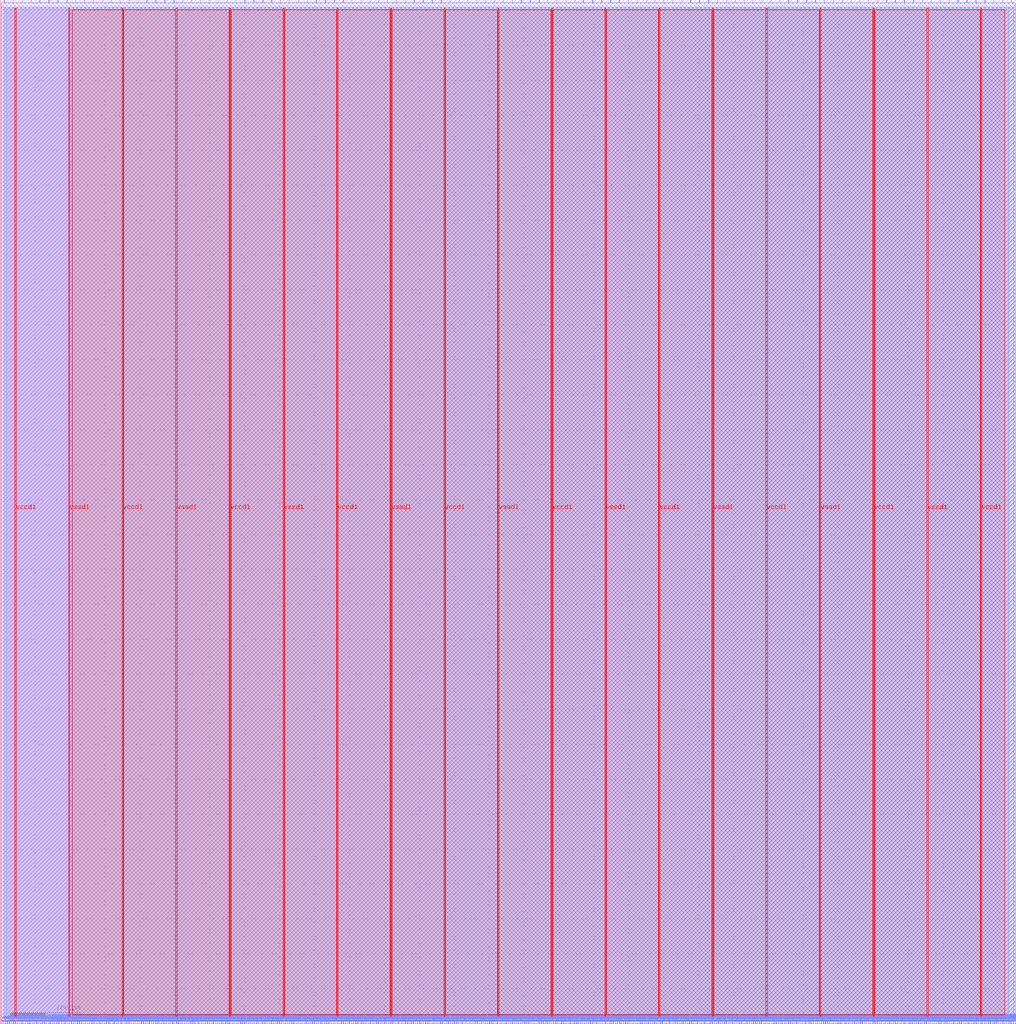
<source format=lef>
VERSION 5.7 ;
  NOWIREEXTENSIONATPIN ON ;
  DIVIDERCHAR "/" ;
  BUSBITCHARS "[]" ;
MACRO user_project
  CLASS BLOCK ;
  FOREIGN user_project ;
  ORIGIN 0.000 0.000 ;
  SIZE 1454.455 BY 1465.175 ;
  PIN io_in[0]
    DIRECTION INPUT ;
    USE SIGNAL ;
    PORT
      LAYER met2 ;
        RECT 6.070 1461.175 6.350 1465.175 ;
    END
  END io_in[0]
  PIN io_in[10]
    DIRECTION INPUT ;
    USE SIGNAL ;
    PORT
      LAYER met2 ;
        RECT 388.790 1461.175 389.070 1465.175 ;
    END
  END io_in[10]
  PIN io_in[11]
    DIRECTION INPUT ;
    USE SIGNAL ;
    PORT
      LAYER met2 ;
        RECT 426.970 1461.175 427.250 1465.175 ;
    END
  END io_in[11]
  PIN io_in[12]
    DIRECTION INPUT ;
    USE SIGNAL ;
    PORT
      LAYER met2 ;
        RECT 465.150 1461.175 465.430 1465.175 ;
    END
  END io_in[12]
  PIN io_in[13]
    DIRECTION INPUT ;
    USE SIGNAL ;
    PORT
      LAYER met2 ;
        RECT 503.330 1461.175 503.610 1465.175 ;
    END
  END io_in[13]
  PIN io_in[14]
    DIRECTION INPUT ;
    USE SIGNAL ;
    PORT
      LAYER met2 ;
        RECT 541.510 1461.175 541.790 1465.175 ;
    END
  END io_in[14]
  PIN io_in[15]
    DIRECTION INPUT ;
    USE SIGNAL ;
    PORT
      LAYER met2 ;
        RECT 580.150 1461.175 580.430 1465.175 ;
    END
  END io_in[15]
  PIN io_in[16]
    DIRECTION INPUT ;
    USE SIGNAL ;
    PORT
      LAYER met2 ;
        RECT 618.330 1461.175 618.610 1465.175 ;
    END
  END io_in[16]
  PIN io_in[17]
    DIRECTION INPUT ;
    USE SIGNAL ;
    PORT
      LAYER met2 ;
        RECT 656.510 1461.175 656.790 1465.175 ;
    END
  END io_in[17]
  PIN io_in[18]
    DIRECTION INPUT ;
    USE SIGNAL ;
    PORT
      LAYER met2 ;
        RECT 694.690 1461.175 694.970 1465.175 ;
    END
  END io_in[18]
  PIN io_in[19]
    DIRECTION INPUT ;
    USE SIGNAL ;
    PORT
      LAYER met2 ;
        RECT 733.330 1461.175 733.610 1465.175 ;
    END
  END io_in[19]
  PIN io_in[1]
    DIRECTION INPUT ;
    USE SIGNAL ;
    PORT
      LAYER met2 ;
        RECT 44.250 1461.175 44.530 1465.175 ;
    END
  END io_in[1]
  PIN io_in[20]
    DIRECTION INPUT ;
    USE SIGNAL ;
    PORT
      LAYER met2 ;
        RECT 771.510 1461.175 771.790 1465.175 ;
    END
  END io_in[20]
  PIN io_in[21]
    DIRECTION INPUT ;
    USE SIGNAL ;
    PORT
      LAYER met2 ;
        RECT 809.690 1461.175 809.970 1465.175 ;
    END
  END io_in[21]
  PIN io_in[22]
    DIRECTION INPUT ;
    USE SIGNAL ;
    PORT
      LAYER met2 ;
        RECT 847.870 1461.175 848.150 1465.175 ;
    END
  END io_in[22]
  PIN io_in[23]
    DIRECTION INPUT ;
    USE SIGNAL ;
    PORT
      LAYER met2 ;
        RECT 886.050 1461.175 886.330 1465.175 ;
    END
  END io_in[23]
  PIN io_in[24]
    DIRECTION INPUT ;
    USE SIGNAL ;
    PORT
      LAYER met2 ;
        RECT 924.690 1461.175 924.970 1465.175 ;
    END
  END io_in[24]
  PIN io_in[25]
    DIRECTION INPUT ;
    USE SIGNAL ;
    PORT
      LAYER met2 ;
        RECT 962.870 1461.175 963.150 1465.175 ;
    END
  END io_in[25]
  PIN io_in[26]
    DIRECTION INPUT ;
    USE SIGNAL ;
    PORT
      LAYER met2 ;
        RECT 1001.050 1461.175 1001.330 1465.175 ;
    END
  END io_in[26]
  PIN io_in[27]
    DIRECTION INPUT ;
    USE SIGNAL ;
    PORT
      LAYER met2 ;
        RECT 1039.230 1461.175 1039.510 1465.175 ;
    END
  END io_in[27]
  PIN io_in[28]
    DIRECTION INPUT ;
    USE SIGNAL ;
    PORT
      LAYER met2 ;
        RECT 1077.410 1461.175 1077.690 1465.175 ;
    END
  END io_in[28]
  PIN io_in[29]
    DIRECTION INPUT ;
    USE SIGNAL ;
    PORT
      LAYER met2 ;
        RECT 1116.050 1461.175 1116.330 1465.175 ;
    END
  END io_in[29]
  PIN io_in[2]
    DIRECTION INPUT ;
    USE SIGNAL ;
    PORT
      LAYER met2 ;
        RECT 82.430 1461.175 82.710 1465.175 ;
    END
  END io_in[2]
  PIN io_in[30]
    DIRECTION INPUT ;
    USE SIGNAL ;
    PORT
      LAYER met2 ;
        RECT 1154.230 1461.175 1154.510 1465.175 ;
    END
  END io_in[30]
  PIN io_in[31]
    DIRECTION INPUT ;
    USE SIGNAL ;
    PORT
      LAYER met2 ;
        RECT 1192.410 1461.175 1192.690 1465.175 ;
    END
  END io_in[31]
  PIN io_in[32]
    DIRECTION INPUT ;
    USE SIGNAL ;
    PORT
      LAYER met2 ;
        RECT 1230.590 1461.175 1230.870 1465.175 ;
    END
  END io_in[32]
  PIN io_in[33]
    DIRECTION INPUT ;
    USE SIGNAL ;
    PORT
      LAYER met2 ;
        RECT 1268.770 1461.175 1269.050 1465.175 ;
    END
  END io_in[33]
  PIN io_in[34]
    DIRECTION INPUT ;
    USE SIGNAL ;
    PORT
      LAYER met2 ;
        RECT 1307.410 1461.175 1307.690 1465.175 ;
    END
  END io_in[34]
  PIN io_in[35]
    DIRECTION INPUT ;
    USE SIGNAL ;
    PORT
      LAYER met2 ;
        RECT 1345.590 1461.175 1345.870 1465.175 ;
    END
  END io_in[35]
  PIN io_in[36]
    DIRECTION INPUT ;
    USE SIGNAL ;
    PORT
      LAYER met2 ;
        RECT 1383.770 1461.175 1384.050 1465.175 ;
    END
  END io_in[36]
  PIN io_in[37]
    DIRECTION INPUT ;
    USE SIGNAL ;
    PORT
      LAYER met2 ;
        RECT 1421.950 1461.175 1422.230 1465.175 ;
    END
  END io_in[37]
  PIN io_in[3]
    DIRECTION INPUT ;
    USE SIGNAL ;
    PORT
      LAYER met2 ;
        RECT 120.610 1461.175 120.890 1465.175 ;
    END
  END io_in[3]
  PIN io_in[4]
    DIRECTION INPUT ;
    USE SIGNAL ;
    PORT
      LAYER met2 ;
        RECT 158.790 1461.175 159.070 1465.175 ;
    END
  END io_in[4]
  PIN io_in[5]
    DIRECTION INPUT ;
    USE SIGNAL ;
    PORT
      LAYER met2 ;
        RECT 197.430 1461.175 197.710 1465.175 ;
    END
  END io_in[5]
  PIN io_in[6]
    DIRECTION INPUT ;
    USE SIGNAL ;
    PORT
      LAYER met2 ;
        RECT 235.610 1461.175 235.890 1465.175 ;
    END
  END io_in[6]
  PIN io_in[7]
    DIRECTION INPUT ;
    USE SIGNAL ;
    PORT
      LAYER met2 ;
        RECT 273.790 1461.175 274.070 1465.175 ;
    END
  END io_in[7]
  PIN io_in[8]
    DIRECTION INPUT ;
    USE SIGNAL ;
    PORT
      LAYER met2 ;
        RECT 311.970 1461.175 312.250 1465.175 ;
    END
  END io_in[8]
  PIN io_in[9]
    DIRECTION INPUT ;
    USE SIGNAL ;
    PORT
      LAYER met2 ;
        RECT 350.150 1461.175 350.430 1465.175 ;
    END
  END io_in[9]
  PIN io_oeb[0]
    DIRECTION OUTPUT TRISTATE ;
    USE SIGNAL ;
    PORT
      LAYER met2 ;
        RECT 18.490 1461.175 18.770 1465.175 ;
    END
  END io_oeb[0]
  PIN io_oeb[10]
    DIRECTION OUTPUT TRISTATE ;
    USE SIGNAL ;
    PORT
      LAYER met2 ;
        RECT 401.210 1461.175 401.490 1465.175 ;
    END
  END io_oeb[10]
  PIN io_oeb[11]
    DIRECTION OUTPUT TRISTATE ;
    USE SIGNAL ;
    PORT
      LAYER met2 ;
        RECT 439.850 1461.175 440.130 1465.175 ;
    END
  END io_oeb[11]
  PIN io_oeb[12]
    DIRECTION OUTPUT TRISTATE ;
    USE SIGNAL ;
    PORT
      LAYER met2 ;
        RECT 478.030 1461.175 478.310 1465.175 ;
    END
  END io_oeb[12]
  PIN io_oeb[13]
    DIRECTION OUTPUT TRISTATE ;
    USE SIGNAL ;
    PORT
      LAYER met2 ;
        RECT 516.210 1461.175 516.490 1465.175 ;
    END
  END io_oeb[13]
  PIN io_oeb[14]
    DIRECTION OUTPUT TRISTATE ;
    USE SIGNAL ;
    PORT
      LAYER met2 ;
        RECT 554.390 1461.175 554.670 1465.175 ;
    END
  END io_oeb[14]
  PIN io_oeb[15]
    DIRECTION OUTPUT TRISTATE ;
    USE SIGNAL ;
    PORT
      LAYER met2 ;
        RECT 592.570 1461.175 592.850 1465.175 ;
    END
  END io_oeb[15]
  PIN io_oeb[16]
    DIRECTION OUTPUT TRISTATE ;
    USE SIGNAL ;
    PORT
      LAYER met2 ;
        RECT 631.210 1461.175 631.490 1465.175 ;
    END
  END io_oeb[16]
  PIN io_oeb[17]
    DIRECTION OUTPUT TRISTATE ;
    USE SIGNAL ;
    PORT
      LAYER met2 ;
        RECT 669.390 1461.175 669.670 1465.175 ;
    END
  END io_oeb[17]
  PIN io_oeb[18]
    DIRECTION OUTPUT TRISTATE ;
    USE SIGNAL ;
    PORT
      LAYER met2 ;
        RECT 707.570 1461.175 707.850 1465.175 ;
    END
  END io_oeb[18]
  PIN io_oeb[19]
    DIRECTION OUTPUT TRISTATE ;
    USE SIGNAL ;
    PORT
      LAYER met2 ;
        RECT 745.750 1461.175 746.030 1465.175 ;
    END
  END io_oeb[19]
  PIN io_oeb[1]
    DIRECTION OUTPUT TRISTATE ;
    USE SIGNAL ;
    PORT
      LAYER met2 ;
        RECT 56.670 1461.175 56.950 1465.175 ;
    END
  END io_oeb[1]
  PIN io_oeb[20]
    DIRECTION OUTPUT TRISTATE ;
    USE SIGNAL ;
    PORT
      LAYER met2 ;
        RECT 783.930 1461.175 784.210 1465.175 ;
    END
  END io_oeb[20]
  PIN io_oeb[21]
    DIRECTION OUTPUT TRISTATE ;
    USE SIGNAL ;
    PORT
      LAYER met2 ;
        RECT 822.570 1461.175 822.850 1465.175 ;
    END
  END io_oeb[21]
  PIN io_oeb[22]
    DIRECTION OUTPUT TRISTATE ;
    USE SIGNAL ;
    PORT
      LAYER met2 ;
        RECT 860.750 1461.175 861.030 1465.175 ;
    END
  END io_oeb[22]
  PIN io_oeb[23]
    DIRECTION OUTPUT TRISTATE ;
    USE SIGNAL ;
    PORT
      LAYER met2 ;
        RECT 898.930 1461.175 899.210 1465.175 ;
    END
  END io_oeb[23]
  PIN io_oeb[24]
    DIRECTION OUTPUT TRISTATE ;
    USE SIGNAL ;
    PORT
      LAYER met2 ;
        RECT 937.110 1461.175 937.390 1465.175 ;
    END
  END io_oeb[24]
  PIN io_oeb[25]
    DIRECTION OUTPUT TRISTATE ;
    USE SIGNAL ;
    PORT
      LAYER met2 ;
        RECT 975.750 1461.175 976.030 1465.175 ;
    END
  END io_oeb[25]
  PIN io_oeb[26]
    DIRECTION OUTPUT TRISTATE ;
    USE SIGNAL ;
    PORT
      LAYER met2 ;
        RECT 1013.930 1461.175 1014.210 1465.175 ;
    END
  END io_oeb[26]
  PIN io_oeb[27]
    DIRECTION OUTPUT TRISTATE ;
    USE SIGNAL ;
    PORT
      LAYER met2 ;
        RECT 1052.110 1461.175 1052.390 1465.175 ;
    END
  END io_oeb[27]
  PIN io_oeb[28]
    DIRECTION OUTPUT TRISTATE ;
    USE SIGNAL ;
    PORT
      LAYER met2 ;
        RECT 1090.290 1461.175 1090.570 1465.175 ;
    END
  END io_oeb[28]
  PIN io_oeb[29]
    DIRECTION OUTPUT TRISTATE ;
    USE SIGNAL ;
    PORT
      LAYER met2 ;
        RECT 1128.470 1461.175 1128.750 1465.175 ;
    END
  END io_oeb[29]
  PIN io_oeb[2]
    DIRECTION OUTPUT TRISTATE ;
    USE SIGNAL ;
    PORT
      LAYER met2 ;
        RECT 95.310 1461.175 95.590 1465.175 ;
    END
  END io_oeb[2]
  PIN io_oeb[30]
    DIRECTION OUTPUT TRISTATE ;
    USE SIGNAL ;
    PORT
      LAYER met2 ;
        RECT 1167.110 1461.175 1167.390 1465.175 ;
    END
  END io_oeb[30]
  PIN io_oeb[31]
    DIRECTION OUTPUT TRISTATE ;
    USE SIGNAL ;
    PORT
      LAYER met2 ;
        RECT 1205.290 1461.175 1205.570 1465.175 ;
    END
  END io_oeb[31]
  PIN io_oeb[32]
    DIRECTION OUTPUT TRISTATE ;
    USE SIGNAL ;
    PORT
      LAYER met2 ;
        RECT 1243.470 1461.175 1243.750 1465.175 ;
    END
  END io_oeb[32]
  PIN io_oeb[33]
    DIRECTION OUTPUT TRISTATE ;
    USE SIGNAL ;
    PORT
      LAYER met2 ;
        RECT 1281.650 1461.175 1281.930 1465.175 ;
    END
  END io_oeb[33]
  PIN io_oeb[34]
    DIRECTION OUTPUT TRISTATE ;
    USE SIGNAL ;
    PORT
      LAYER met2 ;
        RECT 1319.830 1461.175 1320.110 1465.175 ;
    END
  END io_oeb[34]
  PIN io_oeb[35]
    DIRECTION OUTPUT TRISTATE ;
    USE SIGNAL ;
    PORT
      LAYER met2 ;
        RECT 1358.470 1461.175 1358.750 1465.175 ;
    END
  END io_oeb[35]
  PIN io_oeb[36]
    DIRECTION OUTPUT TRISTATE ;
    USE SIGNAL ;
    PORT
      LAYER met2 ;
        RECT 1396.650 1461.175 1396.930 1465.175 ;
    END
  END io_oeb[36]
  PIN io_oeb[37]
    DIRECTION OUTPUT TRISTATE ;
    USE SIGNAL ;
    PORT
      LAYER met2 ;
        RECT 1434.830 1461.175 1435.110 1465.175 ;
    END
  END io_oeb[37]
  PIN io_oeb[3]
    DIRECTION OUTPUT TRISTATE ;
    USE SIGNAL ;
    PORT
      LAYER met2 ;
        RECT 133.490 1461.175 133.770 1465.175 ;
    END
  END io_oeb[3]
  PIN io_oeb[4]
    DIRECTION OUTPUT TRISTATE ;
    USE SIGNAL ;
    PORT
      LAYER met2 ;
        RECT 171.670 1461.175 171.950 1465.175 ;
    END
  END io_oeb[4]
  PIN io_oeb[5]
    DIRECTION OUTPUT TRISTATE ;
    USE SIGNAL ;
    PORT
      LAYER met2 ;
        RECT 209.850 1461.175 210.130 1465.175 ;
    END
  END io_oeb[5]
  PIN io_oeb[6]
    DIRECTION OUTPUT TRISTATE ;
    USE SIGNAL ;
    PORT
      LAYER met2 ;
        RECT 248.490 1461.175 248.770 1465.175 ;
    END
  END io_oeb[6]
  PIN io_oeb[7]
    DIRECTION OUTPUT TRISTATE ;
    USE SIGNAL ;
    PORT
      LAYER met2 ;
        RECT 286.670 1461.175 286.950 1465.175 ;
    END
  END io_oeb[7]
  PIN io_oeb[8]
    DIRECTION OUTPUT TRISTATE ;
    USE SIGNAL ;
    PORT
      LAYER met2 ;
        RECT 324.850 1461.175 325.130 1465.175 ;
    END
  END io_oeb[8]
  PIN io_oeb[9]
    DIRECTION OUTPUT TRISTATE ;
    USE SIGNAL ;
    PORT
      LAYER met2 ;
        RECT 363.030 1461.175 363.310 1465.175 ;
    END
  END io_oeb[9]
  PIN io_out[0]
    DIRECTION OUTPUT TRISTATE ;
    USE SIGNAL ;
    PORT
      LAYER met2 ;
        RECT 31.370 1461.175 31.650 1465.175 ;
    END
  END io_out[0]
  PIN io_out[10]
    DIRECTION OUTPUT TRISTATE ;
    USE SIGNAL ;
    PORT
      LAYER met2 ;
        RECT 414.090 1461.175 414.370 1465.175 ;
    END
  END io_out[10]
  PIN io_out[11]
    DIRECTION OUTPUT TRISTATE ;
    USE SIGNAL ;
    PORT
      LAYER met2 ;
        RECT 452.270 1461.175 452.550 1465.175 ;
    END
  END io_out[11]
  PIN io_out[12]
    DIRECTION OUTPUT TRISTATE ;
    USE SIGNAL ;
    PORT
      LAYER met2 ;
        RECT 490.910 1461.175 491.190 1465.175 ;
    END
  END io_out[12]
  PIN io_out[13]
    DIRECTION OUTPUT TRISTATE ;
    USE SIGNAL ;
    PORT
      LAYER met2 ;
        RECT 529.090 1461.175 529.370 1465.175 ;
    END
  END io_out[13]
  PIN io_out[14]
    DIRECTION OUTPUT TRISTATE ;
    USE SIGNAL ;
    PORT
      LAYER met2 ;
        RECT 567.270 1461.175 567.550 1465.175 ;
    END
  END io_out[14]
  PIN io_out[15]
    DIRECTION OUTPUT TRISTATE ;
    USE SIGNAL ;
    PORT
      LAYER met2 ;
        RECT 605.450 1461.175 605.730 1465.175 ;
    END
  END io_out[15]
  PIN io_out[16]
    DIRECTION OUTPUT TRISTATE ;
    USE SIGNAL ;
    PORT
      LAYER met2 ;
        RECT 643.630 1461.175 643.910 1465.175 ;
    END
  END io_out[16]
  PIN io_out[17]
    DIRECTION OUTPUT TRISTATE ;
    USE SIGNAL ;
    PORT
      LAYER met2 ;
        RECT 682.270 1461.175 682.550 1465.175 ;
    END
  END io_out[17]
  PIN io_out[18]
    DIRECTION OUTPUT TRISTATE ;
    USE SIGNAL ;
    PORT
      LAYER met2 ;
        RECT 720.450 1461.175 720.730 1465.175 ;
    END
  END io_out[18]
  PIN io_out[19]
    DIRECTION OUTPUT TRISTATE ;
    USE SIGNAL ;
    PORT
      LAYER met2 ;
        RECT 758.630 1461.175 758.910 1465.175 ;
    END
  END io_out[19]
  PIN io_out[1]
    DIRECTION OUTPUT TRISTATE ;
    USE SIGNAL ;
    PORT
      LAYER met2 ;
        RECT 69.550 1461.175 69.830 1465.175 ;
    END
  END io_out[1]
  PIN io_out[20]
    DIRECTION OUTPUT TRISTATE ;
    USE SIGNAL ;
    PORT
      LAYER met2 ;
        RECT 796.810 1461.175 797.090 1465.175 ;
    END
  END io_out[20]
  PIN io_out[21]
    DIRECTION OUTPUT TRISTATE ;
    USE SIGNAL ;
    PORT
      LAYER met2 ;
        RECT 834.990 1461.175 835.270 1465.175 ;
    END
  END io_out[21]
  PIN io_out[22]
    DIRECTION OUTPUT TRISTATE ;
    USE SIGNAL ;
    PORT
      LAYER met2 ;
        RECT 873.630 1461.175 873.910 1465.175 ;
    END
  END io_out[22]
  PIN io_out[23]
    DIRECTION OUTPUT TRISTATE ;
    USE SIGNAL ;
    PORT
      LAYER met2 ;
        RECT 911.810 1461.175 912.090 1465.175 ;
    END
  END io_out[23]
  PIN io_out[24]
    DIRECTION OUTPUT TRISTATE ;
    USE SIGNAL ;
    PORT
      LAYER met2 ;
        RECT 949.990 1461.175 950.270 1465.175 ;
    END
  END io_out[24]
  PIN io_out[25]
    DIRECTION OUTPUT TRISTATE ;
    USE SIGNAL ;
    PORT
      LAYER met2 ;
        RECT 988.170 1461.175 988.450 1465.175 ;
    END
  END io_out[25]
  PIN io_out[26]
    DIRECTION OUTPUT TRISTATE ;
    USE SIGNAL ;
    PORT
      LAYER met2 ;
        RECT 1026.350 1461.175 1026.630 1465.175 ;
    END
  END io_out[26]
  PIN io_out[27]
    DIRECTION OUTPUT TRISTATE ;
    USE SIGNAL ;
    PORT
      LAYER met2 ;
        RECT 1064.990 1461.175 1065.270 1465.175 ;
    END
  END io_out[27]
  PIN io_out[28]
    DIRECTION OUTPUT TRISTATE ;
    USE SIGNAL ;
    PORT
      LAYER met2 ;
        RECT 1103.170 1461.175 1103.450 1465.175 ;
    END
  END io_out[28]
  PIN io_out[29]
    DIRECTION OUTPUT TRISTATE ;
    USE SIGNAL ;
    PORT
      LAYER met2 ;
        RECT 1141.350 1461.175 1141.630 1465.175 ;
    END
  END io_out[29]
  PIN io_out[2]
    DIRECTION OUTPUT TRISTATE ;
    USE SIGNAL ;
    PORT
      LAYER met2 ;
        RECT 107.730 1461.175 108.010 1465.175 ;
    END
  END io_out[2]
  PIN io_out[30]
    DIRECTION OUTPUT TRISTATE ;
    USE SIGNAL ;
    PORT
      LAYER met2 ;
        RECT 1179.530 1461.175 1179.810 1465.175 ;
    END
  END io_out[30]
  PIN io_out[31]
    DIRECTION OUTPUT TRISTATE ;
    USE SIGNAL ;
    PORT
      LAYER met2 ;
        RECT 1218.170 1461.175 1218.450 1465.175 ;
    END
  END io_out[31]
  PIN io_out[32]
    DIRECTION OUTPUT TRISTATE ;
    USE SIGNAL ;
    PORT
      LAYER met2 ;
        RECT 1256.350 1461.175 1256.630 1465.175 ;
    END
  END io_out[32]
  PIN io_out[33]
    DIRECTION OUTPUT TRISTATE ;
    USE SIGNAL ;
    PORT
      LAYER met2 ;
        RECT 1294.530 1461.175 1294.810 1465.175 ;
    END
  END io_out[33]
  PIN io_out[34]
    DIRECTION OUTPUT TRISTATE ;
    USE SIGNAL ;
    PORT
      LAYER met2 ;
        RECT 1332.710 1461.175 1332.990 1465.175 ;
    END
  END io_out[34]
  PIN io_out[35]
    DIRECTION OUTPUT TRISTATE ;
    USE SIGNAL ;
    PORT
      LAYER met2 ;
        RECT 1370.890 1461.175 1371.170 1465.175 ;
    END
  END io_out[35]
  PIN io_out[36]
    DIRECTION OUTPUT TRISTATE ;
    USE SIGNAL ;
    PORT
      LAYER met2 ;
        RECT 1409.530 1461.175 1409.810 1465.175 ;
    END
  END io_out[36]
  PIN io_out[37]
    DIRECTION OUTPUT TRISTATE ;
    USE SIGNAL ;
    PORT
      LAYER met2 ;
        RECT 1447.710 1461.175 1447.990 1465.175 ;
    END
  END io_out[37]
  PIN io_out[3]
    DIRECTION OUTPUT TRISTATE ;
    USE SIGNAL ;
    PORT
      LAYER met2 ;
        RECT 146.370 1461.175 146.650 1465.175 ;
    END
  END io_out[3]
  PIN io_out[4]
    DIRECTION OUTPUT TRISTATE ;
    USE SIGNAL ;
    PORT
      LAYER met2 ;
        RECT 184.550 1461.175 184.830 1465.175 ;
    END
  END io_out[4]
  PIN io_out[5]
    DIRECTION OUTPUT TRISTATE ;
    USE SIGNAL ;
    PORT
      LAYER met2 ;
        RECT 222.730 1461.175 223.010 1465.175 ;
    END
  END io_out[5]
  PIN io_out[6]
    DIRECTION OUTPUT TRISTATE ;
    USE SIGNAL ;
    PORT
      LAYER met2 ;
        RECT 260.910 1461.175 261.190 1465.175 ;
    END
  END io_out[6]
  PIN io_out[7]
    DIRECTION OUTPUT TRISTATE ;
    USE SIGNAL ;
    PORT
      LAYER met2 ;
        RECT 299.090 1461.175 299.370 1465.175 ;
    END
  END io_out[7]
  PIN io_out[8]
    DIRECTION OUTPUT TRISTATE ;
    USE SIGNAL ;
    PORT
      LAYER met2 ;
        RECT 337.730 1461.175 338.010 1465.175 ;
    END
  END io_out[8]
  PIN io_out[9]
    DIRECTION OUTPUT TRISTATE ;
    USE SIGNAL ;
    PORT
      LAYER met2 ;
        RECT 375.910 1461.175 376.190 1465.175 ;
    END
  END io_out[9]
  PIN irq[0]
    DIRECTION OUTPUT TRISTATE ;
    USE SIGNAL ;
    PORT
      LAYER met2 ;
        RECT 1446.790 0.000 1447.070 4.000 ;
    END
  END irq[0]
  PIN irq[1]
    DIRECTION OUTPUT TRISTATE ;
    USE SIGNAL ;
    PORT
      LAYER met2 ;
        RECT 1450.010 0.000 1450.290 4.000 ;
    END
  END irq[1]
  PIN irq[2]
    DIRECTION OUTPUT TRISTATE ;
    USE SIGNAL ;
    PORT
      LAYER met2 ;
        RECT 1452.770 0.000 1453.050 4.000 ;
    END
  END irq[2]
  PIN la_data_in[0]
    DIRECTION INPUT ;
    USE SIGNAL ;
    PORT
      LAYER met2 ;
        RECT 313.810 0.000 314.090 4.000 ;
    END
  END la_data_in[0]
  PIN la_data_in[100]
    DIRECTION INPUT ;
    USE SIGNAL ;
    PORT
      LAYER met2 ;
        RECT 1199.310 0.000 1199.590 4.000 ;
    END
  END la_data_in[100]
  PIN la_data_in[101]
    DIRECTION INPUT ;
    USE SIGNAL ;
    PORT
      LAYER met2 ;
        RECT 1208.050 0.000 1208.330 4.000 ;
    END
  END la_data_in[101]
  PIN la_data_in[102]
    DIRECTION INPUT ;
    USE SIGNAL ;
    PORT
      LAYER met2 ;
        RECT 1216.790 0.000 1217.070 4.000 ;
    END
  END la_data_in[102]
  PIN la_data_in[103]
    DIRECTION INPUT ;
    USE SIGNAL ;
    PORT
      LAYER met2 ;
        RECT 1225.530 0.000 1225.810 4.000 ;
    END
  END la_data_in[103]
  PIN la_data_in[104]
    DIRECTION INPUT ;
    USE SIGNAL ;
    PORT
      LAYER met2 ;
        RECT 1234.270 0.000 1234.550 4.000 ;
    END
  END la_data_in[104]
  PIN la_data_in[105]
    DIRECTION INPUT ;
    USE SIGNAL ;
    PORT
      LAYER met2 ;
        RECT 1243.470 0.000 1243.750 4.000 ;
    END
  END la_data_in[105]
  PIN la_data_in[106]
    DIRECTION INPUT ;
    USE SIGNAL ;
    PORT
      LAYER met2 ;
        RECT 1252.210 0.000 1252.490 4.000 ;
    END
  END la_data_in[106]
  PIN la_data_in[107]
    DIRECTION INPUT ;
    USE SIGNAL ;
    PORT
      LAYER met2 ;
        RECT 1260.950 0.000 1261.230 4.000 ;
    END
  END la_data_in[107]
  PIN la_data_in[108]
    DIRECTION INPUT ;
    USE SIGNAL ;
    PORT
      LAYER met2 ;
        RECT 1269.690 0.000 1269.970 4.000 ;
    END
  END la_data_in[108]
  PIN la_data_in[109]
    DIRECTION INPUT ;
    USE SIGNAL ;
    PORT
      LAYER met2 ;
        RECT 1278.890 0.000 1279.170 4.000 ;
    END
  END la_data_in[109]
  PIN la_data_in[10]
    DIRECTION INPUT ;
    USE SIGNAL ;
    PORT
      LAYER met2 ;
        RECT 402.590 0.000 402.870 4.000 ;
    END
  END la_data_in[10]
  PIN la_data_in[110]
    DIRECTION INPUT ;
    USE SIGNAL ;
    PORT
      LAYER met2 ;
        RECT 1287.630 0.000 1287.910 4.000 ;
    END
  END la_data_in[110]
  PIN la_data_in[111]
    DIRECTION INPUT ;
    USE SIGNAL ;
    PORT
      LAYER met2 ;
        RECT 1296.370 0.000 1296.650 4.000 ;
    END
  END la_data_in[111]
  PIN la_data_in[112]
    DIRECTION INPUT ;
    USE SIGNAL ;
    PORT
      LAYER met2 ;
        RECT 1305.110 0.000 1305.390 4.000 ;
    END
  END la_data_in[112]
  PIN la_data_in[113]
    DIRECTION INPUT ;
    USE SIGNAL ;
    PORT
      LAYER met2 ;
        RECT 1314.310 0.000 1314.590 4.000 ;
    END
  END la_data_in[113]
  PIN la_data_in[114]
    DIRECTION INPUT ;
    USE SIGNAL ;
    PORT
      LAYER met2 ;
        RECT 1323.050 0.000 1323.330 4.000 ;
    END
  END la_data_in[114]
  PIN la_data_in[115]
    DIRECTION INPUT ;
    USE SIGNAL ;
    PORT
      LAYER met2 ;
        RECT 1331.790 0.000 1332.070 4.000 ;
    END
  END la_data_in[115]
  PIN la_data_in[116]
    DIRECTION INPUT ;
    USE SIGNAL ;
    PORT
      LAYER met2 ;
        RECT 1340.530 0.000 1340.810 4.000 ;
    END
  END la_data_in[116]
  PIN la_data_in[117]
    DIRECTION INPUT ;
    USE SIGNAL ;
    PORT
      LAYER met2 ;
        RECT 1349.730 0.000 1350.010 4.000 ;
    END
  END la_data_in[117]
  PIN la_data_in[118]
    DIRECTION INPUT ;
    USE SIGNAL ;
    PORT
      LAYER met2 ;
        RECT 1358.470 0.000 1358.750 4.000 ;
    END
  END la_data_in[118]
  PIN la_data_in[119]
    DIRECTION INPUT ;
    USE SIGNAL ;
    PORT
      LAYER met2 ;
        RECT 1367.210 0.000 1367.490 4.000 ;
    END
  END la_data_in[119]
  PIN la_data_in[11]
    DIRECTION INPUT ;
    USE SIGNAL ;
    PORT
      LAYER met2 ;
        RECT 411.330 0.000 411.610 4.000 ;
    END
  END la_data_in[11]
  PIN la_data_in[120]
    DIRECTION INPUT ;
    USE SIGNAL ;
    PORT
      LAYER met2 ;
        RECT 1375.950 0.000 1376.230 4.000 ;
    END
  END la_data_in[120]
  PIN la_data_in[121]
    DIRECTION INPUT ;
    USE SIGNAL ;
    PORT
      LAYER met2 ;
        RECT 1385.150 0.000 1385.430 4.000 ;
    END
  END la_data_in[121]
  PIN la_data_in[122]
    DIRECTION INPUT ;
    USE SIGNAL ;
    PORT
      LAYER met2 ;
        RECT 1393.890 0.000 1394.170 4.000 ;
    END
  END la_data_in[122]
  PIN la_data_in[123]
    DIRECTION INPUT ;
    USE SIGNAL ;
    PORT
      LAYER met2 ;
        RECT 1402.630 0.000 1402.910 4.000 ;
    END
  END la_data_in[123]
  PIN la_data_in[124]
    DIRECTION INPUT ;
    USE SIGNAL ;
    PORT
      LAYER met2 ;
        RECT 1411.370 0.000 1411.650 4.000 ;
    END
  END la_data_in[124]
  PIN la_data_in[125]
    DIRECTION INPUT ;
    USE SIGNAL ;
    PORT
      LAYER met2 ;
        RECT 1420.570 0.000 1420.850 4.000 ;
    END
  END la_data_in[125]
  PIN la_data_in[126]
    DIRECTION INPUT ;
    USE SIGNAL ;
    PORT
      LAYER met2 ;
        RECT 1429.310 0.000 1429.590 4.000 ;
    END
  END la_data_in[126]
  PIN la_data_in[127]
    DIRECTION INPUT ;
    USE SIGNAL ;
    PORT
      LAYER met2 ;
        RECT 1438.050 0.000 1438.330 4.000 ;
    END
  END la_data_in[127]
  PIN la_data_in[12]
    DIRECTION INPUT ;
    USE SIGNAL ;
    PORT
      LAYER met2 ;
        RECT 420.070 0.000 420.350 4.000 ;
    END
  END la_data_in[12]
  PIN la_data_in[13]
    DIRECTION INPUT ;
    USE SIGNAL ;
    PORT
      LAYER met2 ;
        RECT 429.270 0.000 429.550 4.000 ;
    END
  END la_data_in[13]
  PIN la_data_in[14]
    DIRECTION INPUT ;
    USE SIGNAL ;
    PORT
      LAYER met2 ;
        RECT 438.010 0.000 438.290 4.000 ;
    END
  END la_data_in[14]
  PIN la_data_in[15]
    DIRECTION INPUT ;
    USE SIGNAL ;
    PORT
      LAYER met2 ;
        RECT 446.750 0.000 447.030 4.000 ;
    END
  END la_data_in[15]
  PIN la_data_in[16]
    DIRECTION INPUT ;
    USE SIGNAL ;
    PORT
      LAYER met2 ;
        RECT 455.490 0.000 455.770 4.000 ;
    END
  END la_data_in[16]
  PIN la_data_in[17]
    DIRECTION INPUT ;
    USE SIGNAL ;
    PORT
      LAYER met2 ;
        RECT 464.230 0.000 464.510 4.000 ;
    END
  END la_data_in[17]
  PIN la_data_in[18]
    DIRECTION INPUT ;
    USE SIGNAL ;
    PORT
      LAYER met2 ;
        RECT 473.430 0.000 473.710 4.000 ;
    END
  END la_data_in[18]
  PIN la_data_in[19]
    DIRECTION INPUT ;
    USE SIGNAL ;
    PORT
      LAYER met2 ;
        RECT 482.170 0.000 482.450 4.000 ;
    END
  END la_data_in[19]
  PIN la_data_in[1]
    DIRECTION INPUT ;
    USE SIGNAL ;
    PORT
      LAYER met2 ;
        RECT 323.010 0.000 323.290 4.000 ;
    END
  END la_data_in[1]
  PIN la_data_in[20]
    DIRECTION INPUT ;
    USE SIGNAL ;
    PORT
      LAYER met2 ;
        RECT 490.910 0.000 491.190 4.000 ;
    END
  END la_data_in[20]
  PIN la_data_in[21]
    DIRECTION INPUT ;
    USE SIGNAL ;
    PORT
      LAYER met2 ;
        RECT 499.650 0.000 499.930 4.000 ;
    END
  END la_data_in[21]
  PIN la_data_in[22]
    DIRECTION INPUT ;
    USE SIGNAL ;
    PORT
      LAYER met2 ;
        RECT 508.850 0.000 509.130 4.000 ;
    END
  END la_data_in[22]
  PIN la_data_in[23]
    DIRECTION INPUT ;
    USE SIGNAL ;
    PORT
      LAYER met2 ;
        RECT 517.590 0.000 517.870 4.000 ;
    END
  END la_data_in[23]
  PIN la_data_in[24]
    DIRECTION INPUT ;
    USE SIGNAL ;
    PORT
      LAYER met2 ;
        RECT 526.330 0.000 526.610 4.000 ;
    END
  END la_data_in[24]
  PIN la_data_in[25]
    DIRECTION INPUT ;
    USE SIGNAL ;
    PORT
      LAYER met2 ;
        RECT 535.070 0.000 535.350 4.000 ;
    END
  END la_data_in[25]
  PIN la_data_in[26]
    DIRECTION INPUT ;
    USE SIGNAL ;
    PORT
      LAYER met2 ;
        RECT 544.270 0.000 544.550 4.000 ;
    END
  END la_data_in[26]
  PIN la_data_in[27]
    DIRECTION INPUT ;
    USE SIGNAL ;
    PORT
      LAYER met2 ;
        RECT 553.010 0.000 553.290 4.000 ;
    END
  END la_data_in[27]
  PIN la_data_in[28]
    DIRECTION INPUT ;
    USE SIGNAL ;
    PORT
      LAYER met2 ;
        RECT 561.750 0.000 562.030 4.000 ;
    END
  END la_data_in[28]
  PIN la_data_in[29]
    DIRECTION INPUT ;
    USE SIGNAL ;
    PORT
      LAYER met2 ;
        RECT 570.490 0.000 570.770 4.000 ;
    END
  END la_data_in[29]
  PIN la_data_in[2]
    DIRECTION INPUT ;
    USE SIGNAL ;
    PORT
      LAYER met2 ;
        RECT 331.750 0.000 332.030 4.000 ;
    END
  END la_data_in[2]
  PIN la_data_in[30]
    DIRECTION INPUT ;
    USE SIGNAL ;
    PORT
      LAYER met2 ;
        RECT 579.690 0.000 579.970 4.000 ;
    END
  END la_data_in[30]
  PIN la_data_in[31]
    DIRECTION INPUT ;
    USE SIGNAL ;
    PORT
      LAYER met2 ;
        RECT 588.430 0.000 588.710 4.000 ;
    END
  END la_data_in[31]
  PIN la_data_in[32]
    DIRECTION INPUT ;
    USE SIGNAL ;
    PORT
      LAYER met2 ;
        RECT 597.170 0.000 597.450 4.000 ;
    END
  END la_data_in[32]
  PIN la_data_in[33]
    DIRECTION INPUT ;
    USE SIGNAL ;
    PORT
      LAYER met2 ;
        RECT 605.910 0.000 606.190 4.000 ;
    END
  END la_data_in[33]
  PIN la_data_in[34]
    DIRECTION INPUT ;
    USE SIGNAL ;
    PORT
      LAYER met2 ;
        RECT 615.110 0.000 615.390 4.000 ;
    END
  END la_data_in[34]
  PIN la_data_in[35]
    DIRECTION INPUT ;
    USE SIGNAL ;
    PORT
      LAYER met2 ;
        RECT 623.850 0.000 624.130 4.000 ;
    END
  END la_data_in[35]
  PIN la_data_in[36]
    DIRECTION INPUT ;
    USE SIGNAL ;
    PORT
      LAYER met2 ;
        RECT 632.590 0.000 632.870 4.000 ;
    END
  END la_data_in[36]
  PIN la_data_in[37]
    DIRECTION INPUT ;
    USE SIGNAL ;
    PORT
      LAYER met2 ;
        RECT 641.330 0.000 641.610 4.000 ;
    END
  END la_data_in[37]
  PIN la_data_in[38]
    DIRECTION INPUT ;
    USE SIGNAL ;
    PORT
      LAYER met2 ;
        RECT 650.530 0.000 650.810 4.000 ;
    END
  END la_data_in[38]
  PIN la_data_in[39]
    DIRECTION INPUT ;
    USE SIGNAL ;
    PORT
      LAYER met2 ;
        RECT 659.270 0.000 659.550 4.000 ;
    END
  END la_data_in[39]
  PIN la_data_in[3]
    DIRECTION INPUT ;
    USE SIGNAL ;
    PORT
      LAYER met2 ;
        RECT 340.490 0.000 340.770 4.000 ;
    END
  END la_data_in[3]
  PIN la_data_in[40]
    DIRECTION INPUT ;
    USE SIGNAL ;
    PORT
      LAYER met2 ;
        RECT 668.010 0.000 668.290 4.000 ;
    END
  END la_data_in[40]
  PIN la_data_in[41]
    DIRECTION INPUT ;
    USE SIGNAL ;
    PORT
      LAYER met2 ;
        RECT 676.750 0.000 677.030 4.000 ;
    END
  END la_data_in[41]
  PIN la_data_in[42]
    DIRECTION INPUT ;
    USE SIGNAL ;
    PORT
      LAYER met2 ;
        RECT 685.950 0.000 686.230 4.000 ;
    END
  END la_data_in[42]
  PIN la_data_in[43]
    DIRECTION INPUT ;
    USE SIGNAL ;
    PORT
      LAYER met2 ;
        RECT 694.690 0.000 694.970 4.000 ;
    END
  END la_data_in[43]
  PIN la_data_in[44]
    DIRECTION INPUT ;
    USE SIGNAL ;
    PORT
      LAYER met2 ;
        RECT 703.430 0.000 703.710 4.000 ;
    END
  END la_data_in[44]
  PIN la_data_in[45]
    DIRECTION INPUT ;
    USE SIGNAL ;
    PORT
      LAYER met2 ;
        RECT 712.170 0.000 712.450 4.000 ;
    END
  END la_data_in[45]
  PIN la_data_in[46]
    DIRECTION INPUT ;
    USE SIGNAL ;
    PORT
      LAYER met2 ;
        RECT 720.910 0.000 721.190 4.000 ;
    END
  END la_data_in[46]
  PIN la_data_in[47]
    DIRECTION INPUT ;
    USE SIGNAL ;
    PORT
      LAYER met2 ;
        RECT 730.110 0.000 730.390 4.000 ;
    END
  END la_data_in[47]
  PIN la_data_in[48]
    DIRECTION INPUT ;
    USE SIGNAL ;
    PORT
      LAYER met2 ;
        RECT 738.850 0.000 739.130 4.000 ;
    END
  END la_data_in[48]
  PIN la_data_in[49]
    DIRECTION INPUT ;
    USE SIGNAL ;
    PORT
      LAYER met2 ;
        RECT 747.590 0.000 747.870 4.000 ;
    END
  END la_data_in[49]
  PIN la_data_in[4]
    DIRECTION INPUT ;
    USE SIGNAL ;
    PORT
      LAYER met2 ;
        RECT 349.230 0.000 349.510 4.000 ;
    END
  END la_data_in[4]
  PIN la_data_in[50]
    DIRECTION INPUT ;
    USE SIGNAL ;
    PORT
      LAYER met2 ;
        RECT 756.330 0.000 756.610 4.000 ;
    END
  END la_data_in[50]
  PIN la_data_in[51]
    DIRECTION INPUT ;
    USE SIGNAL ;
    PORT
      LAYER met2 ;
        RECT 765.530 0.000 765.810 4.000 ;
    END
  END la_data_in[51]
  PIN la_data_in[52]
    DIRECTION INPUT ;
    USE SIGNAL ;
    PORT
      LAYER met2 ;
        RECT 774.270 0.000 774.550 4.000 ;
    END
  END la_data_in[52]
  PIN la_data_in[53]
    DIRECTION INPUT ;
    USE SIGNAL ;
    PORT
      LAYER met2 ;
        RECT 783.010 0.000 783.290 4.000 ;
    END
  END la_data_in[53]
  PIN la_data_in[54]
    DIRECTION INPUT ;
    USE SIGNAL ;
    PORT
      LAYER met2 ;
        RECT 791.750 0.000 792.030 4.000 ;
    END
  END la_data_in[54]
  PIN la_data_in[55]
    DIRECTION INPUT ;
    USE SIGNAL ;
    PORT
      LAYER met2 ;
        RECT 800.950 0.000 801.230 4.000 ;
    END
  END la_data_in[55]
  PIN la_data_in[56]
    DIRECTION INPUT ;
    USE SIGNAL ;
    PORT
      LAYER met2 ;
        RECT 809.690 0.000 809.970 4.000 ;
    END
  END la_data_in[56]
  PIN la_data_in[57]
    DIRECTION INPUT ;
    USE SIGNAL ;
    PORT
      LAYER met2 ;
        RECT 818.430 0.000 818.710 4.000 ;
    END
  END la_data_in[57]
  PIN la_data_in[58]
    DIRECTION INPUT ;
    USE SIGNAL ;
    PORT
      LAYER met2 ;
        RECT 827.170 0.000 827.450 4.000 ;
    END
  END la_data_in[58]
  PIN la_data_in[59]
    DIRECTION INPUT ;
    USE SIGNAL ;
    PORT
      LAYER met2 ;
        RECT 836.370 0.000 836.650 4.000 ;
    END
  END la_data_in[59]
  PIN la_data_in[5]
    DIRECTION INPUT ;
    USE SIGNAL ;
    PORT
      LAYER met2 ;
        RECT 358.430 0.000 358.710 4.000 ;
    END
  END la_data_in[5]
  PIN la_data_in[60]
    DIRECTION INPUT ;
    USE SIGNAL ;
    PORT
      LAYER met2 ;
        RECT 845.110 0.000 845.390 4.000 ;
    END
  END la_data_in[60]
  PIN la_data_in[61]
    DIRECTION INPUT ;
    USE SIGNAL ;
    PORT
      LAYER met2 ;
        RECT 853.850 0.000 854.130 4.000 ;
    END
  END la_data_in[61]
  PIN la_data_in[62]
    DIRECTION INPUT ;
    USE SIGNAL ;
    PORT
      LAYER met2 ;
        RECT 862.590 0.000 862.870 4.000 ;
    END
  END la_data_in[62]
  PIN la_data_in[63]
    DIRECTION INPUT ;
    USE SIGNAL ;
    PORT
      LAYER met2 ;
        RECT 871.790 0.000 872.070 4.000 ;
    END
  END la_data_in[63]
  PIN la_data_in[64]
    DIRECTION INPUT ;
    USE SIGNAL ;
    PORT
      LAYER met2 ;
        RECT 880.530 0.000 880.810 4.000 ;
    END
  END la_data_in[64]
  PIN la_data_in[65]
    DIRECTION INPUT ;
    USE SIGNAL ;
    PORT
      LAYER met2 ;
        RECT 889.270 0.000 889.550 4.000 ;
    END
  END la_data_in[65]
  PIN la_data_in[66]
    DIRECTION INPUT ;
    USE SIGNAL ;
    PORT
      LAYER met2 ;
        RECT 898.010 0.000 898.290 4.000 ;
    END
  END la_data_in[66]
  PIN la_data_in[67]
    DIRECTION INPUT ;
    USE SIGNAL ;
    PORT
      LAYER met2 ;
        RECT 907.210 0.000 907.490 4.000 ;
    END
  END la_data_in[67]
  PIN la_data_in[68]
    DIRECTION INPUT ;
    USE SIGNAL ;
    PORT
      LAYER met2 ;
        RECT 915.950 0.000 916.230 4.000 ;
    END
  END la_data_in[68]
  PIN la_data_in[69]
    DIRECTION INPUT ;
    USE SIGNAL ;
    PORT
      LAYER met2 ;
        RECT 924.690 0.000 924.970 4.000 ;
    END
  END la_data_in[69]
  PIN la_data_in[6]
    DIRECTION INPUT ;
    USE SIGNAL ;
    PORT
      LAYER met2 ;
        RECT 367.170 0.000 367.450 4.000 ;
    END
  END la_data_in[6]
  PIN la_data_in[70]
    DIRECTION INPUT ;
    USE SIGNAL ;
    PORT
      LAYER met2 ;
        RECT 933.430 0.000 933.710 4.000 ;
    END
  END la_data_in[70]
  PIN la_data_in[71]
    DIRECTION INPUT ;
    USE SIGNAL ;
    PORT
      LAYER met2 ;
        RECT 942.630 0.000 942.910 4.000 ;
    END
  END la_data_in[71]
  PIN la_data_in[72]
    DIRECTION INPUT ;
    USE SIGNAL ;
    PORT
      LAYER met2 ;
        RECT 951.370 0.000 951.650 4.000 ;
    END
  END la_data_in[72]
  PIN la_data_in[73]
    DIRECTION INPUT ;
    USE SIGNAL ;
    PORT
      LAYER met2 ;
        RECT 960.110 0.000 960.390 4.000 ;
    END
  END la_data_in[73]
  PIN la_data_in[74]
    DIRECTION INPUT ;
    USE SIGNAL ;
    PORT
      LAYER met2 ;
        RECT 968.850 0.000 969.130 4.000 ;
    END
  END la_data_in[74]
  PIN la_data_in[75]
    DIRECTION INPUT ;
    USE SIGNAL ;
    PORT
      LAYER met2 ;
        RECT 977.590 0.000 977.870 4.000 ;
    END
  END la_data_in[75]
  PIN la_data_in[76]
    DIRECTION INPUT ;
    USE SIGNAL ;
    PORT
      LAYER met2 ;
        RECT 986.790 0.000 987.070 4.000 ;
    END
  END la_data_in[76]
  PIN la_data_in[77]
    DIRECTION INPUT ;
    USE SIGNAL ;
    PORT
      LAYER met2 ;
        RECT 995.530 0.000 995.810 4.000 ;
    END
  END la_data_in[77]
  PIN la_data_in[78]
    DIRECTION INPUT ;
    USE SIGNAL ;
    PORT
      LAYER met2 ;
        RECT 1004.270 0.000 1004.550 4.000 ;
    END
  END la_data_in[78]
  PIN la_data_in[79]
    DIRECTION INPUT ;
    USE SIGNAL ;
    PORT
      LAYER met2 ;
        RECT 1013.010 0.000 1013.290 4.000 ;
    END
  END la_data_in[79]
  PIN la_data_in[7]
    DIRECTION INPUT ;
    USE SIGNAL ;
    PORT
      LAYER met2 ;
        RECT 375.910 0.000 376.190 4.000 ;
    END
  END la_data_in[7]
  PIN la_data_in[80]
    DIRECTION INPUT ;
    USE SIGNAL ;
    PORT
      LAYER met2 ;
        RECT 1022.210 0.000 1022.490 4.000 ;
    END
  END la_data_in[80]
  PIN la_data_in[81]
    DIRECTION INPUT ;
    USE SIGNAL ;
    PORT
      LAYER met2 ;
        RECT 1030.950 0.000 1031.230 4.000 ;
    END
  END la_data_in[81]
  PIN la_data_in[82]
    DIRECTION INPUT ;
    USE SIGNAL ;
    PORT
      LAYER met2 ;
        RECT 1039.690 0.000 1039.970 4.000 ;
    END
  END la_data_in[82]
  PIN la_data_in[83]
    DIRECTION INPUT ;
    USE SIGNAL ;
    PORT
      LAYER met2 ;
        RECT 1048.430 0.000 1048.710 4.000 ;
    END
  END la_data_in[83]
  PIN la_data_in[84]
    DIRECTION INPUT ;
    USE SIGNAL ;
    PORT
      LAYER met2 ;
        RECT 1057.630 0.000 1057.910 4.000 ;
    END
  END la_data_in[84]
  PIN la_data_in[85]
    DIRECTION INPUT ;
    USE SIGNAL ;
    PORT
      LAYER met2 ;
        RECT 1066.370 0.000 1066.650 4.000 ;
    END
  END la_data_in[85]
  PIN la_data_in[86]
    DIRECTION INPUT ;
    USE SIGNAL ;
    PORT
      LAYER met2 ;
        RECT 1075.110 0.000 1075.390 4.000 ;
    END
  END la_data_in[86]
  PIN la_data_in[87]
    DIRECTION INPUT ;
    USE SIGNAL ;
    PORT
      LAYER met2 ;
        RECT 1083.850 0.000 1084.130 4.000 ;
    END
  END la_data_in[87]
  PIN la_data_in[88]
    DIRECTION INPUT ;
    USE SIGNAL ;
    PORT
      LAYER met2 ;
        RECT 1093.050 0.000 1093.330 4.000 ;
    END
  END la_data_in[88]
  PIN la_data_in[89]
    DIRECTION INPUT ;
    USE SIGNAL ;
    PORT
      LAYER met2 ;
        RECT 1101.790 0.000 1102.070 4.000 ;
    END
  END la_data_in[89]
  PIN la_data_in[8]
    DIRECTION INPUT ;
    USE SIGNAL ;
    PORT
      LAYER met2 ;
        RECT 384.650 0.000 384.930 4.000 ;
    END
  END la_data_in[8]
  PIN la_data_in[90]
    DIRECTION INPUT ;
    USE SIGNAL ;
    PORT
      LAYER met2 ;
        RECT 1110.530 0.000 1110.810 4.000 ;
    END
  END la_data_in[90]
  PIN la_data_in[91]
    DIRECTION INPUT ;
    USE SIGNAL ;
    PORT
      LAYER met2 ;
        RECT 1119.270 0.000 1119.550 4.000 ;
    END
  END la_data_in[91]
  PIN la_data_in[92]
    DIRECTION INPUT ;
    USE SIGNAL ;
    PORT
      LAYER met2 ;
        RECT 1128.470 0.000 1128.750 4.000 ;
    END
  END la_data_in[92]
  PIN la_data_in[93]
    DIRECTION INPUT ;
    USE SIGNAL ;
    PORT
      LAYER met2 ;
        RECT 1137.210 0.000 1137.490 4.000 ;
    END
  END la_data_in[93]
  PIN la_data_in[94]
    DIRECTION INPUT ;
    USE SIGNAL ;
    PORT
      LAYER met2 ;
        RECT 1145.950 0.000 1146.230 4.000 ;
    END
  END la_data_in[94]
  PIN la_data_in[95]
    DIRECTION INPUT ;
    USE SIGNAL ;
    PORT
      LAYER met2 ;
        RECT 1154.690 0.000 1154.970 4.000 ;
    END
  END la_data_in[95]
  PIN la_data_in[96]
    DIRECTION INPUT ;
    USE SIGNAL ;
    PORT
      LAYER met2 ;
        RECT 1163.890 0.000 1164.170 4.000 ;
    END
  END la_data_in[96]
  PIN la_data_in[97]
    DIRECTION INPUT ;
    USE SIGNAL ;
    PORT
      LAYER met2 ;
        RECT 1172.630 0.000 1172.910 4.000 ;
    END
  END la_data_in[97]
  PIN la_data_in[98]
    DIRECTION INPUT ;
    USE SIGNAL ;
    PORT
      LAYER met2 ;
        RECT 1181.370 0.000 1181.650 4.000 ;
    END
  END la_data_in[98]
  PIN la_data_in[99]
    DIRECTION INPUT ;
    USE SIGNAL ;
    PORT
      LAYER met2 ;
        RECT 1190.110 0.000 1190.390 4.000 ;
    END
  END la_data_in[99]
  PIN la_data_in[9]
    DIRECTION INPUT ;
    USE SIGNAL ;
    PORT
      LAYER met2 ;
        RECT 393.850 0.000 394.130 4.000 ;
    END
  END la_data_in[9]
  PIN la_data_out[0]
    DIRECTION OUTPUT TRISTATE ;
    USE SIGNAL ;
    PORT
      LAYER met2 ;
        RECT 317.030 0.000 317.310 4.000 ;
    END
  END la_data_out[0]
  PIN la_data_out[100]
    DIRECTION OUTPUT TRISTATE ;
    USE SIGNAL ;
    PORT
      LAYER met2 ;
        RECT 1202.070 0.000 1202.350 4.000 ;
    END
  END la_data_out[100]
  PIN la_data_out[101]
    DIRECTION OUTPUT TRISTATE ;
    USE SIGNAL ;
    PORT
      LAYER met2 ;
        RECT 1210.810 0.000 1211.090 4.000 ;
    END
  END la_data_out[101]
  PIN la_data_out[102]
    DIRECTION OUTPUT TRISTATE ;
    USE SIGNAL ;
    PORT
      LAYER met2 ;
        RECT 1219.550 0.000 1219.830 4.000 ;
    END
  END la_data_out[102]
  PIN la_data_out[103]
    DIRECTION OUTPUT TRISTATE ;
    USE SIGNAL ;
    PORT
      LAYER met2 ;
        RECT 1228.750 0.000 1229.030 4.000 ;
    END
  END la_data_out[103]
  PIN la_data_out[104]
    DIRECTION OUTPUT TRISTATE ;
    USE SIGNAL ;
    PORT
      LAYER met2 ;
        RECT 1237.490 0.000 1237.770 4.000 ;
    END
  END la_data_out[104]
  PIN la_data_out[105]
    DIRECTION OUTPUT TRISTATE ;
    USE SIGNAL ;
    PORT
      LAYER met2 ;
        RECT 1246.230 0.000 1246.510 4.000 ;
    END
  END la_data_out[105]
  PIN la_data_out[106]
    DIRECTION OUTPUT TRISTATE ;
    USE SIGNAL ;
    PORT
      LAYER met2 ;
        RECT 1254.970 0.000 1255.250 4.000 ;
    END
  END la_data_out[106]
  PIN la_data_out[107]
    DIRECTION OUTPUT TRISTATE ;
    USE SIGNAL ;
    PORT
      LAYER met2 ;
        RECT 1264.170 0.000 1264.450 4.000 ;
    END
  END la_data_out[107]
  PIN la_data_out[108]
    DIRECTION OUTPUT TRISTATE ;
    USE SIGNAL ;
    PORT
      LAYER met2 ;
        RECT 1272.910 0.000 1273.190 4.000 ;
    END
  END la_data_out[108]
  PIN la_data_out[109]
    DIRECTION OUTPUT TRISTATE ;
    USE SIGNAL ;
    PORT
      LAYER met2 ;
        RECT 1281.650 0.000 1281.930 4.000 ;
    END
  END la_data_out[109]
  PIN la_data_out[10]
    DIRECTION OUTPUT TRISTATE ;
    USE SIGNAL ;
    PORT
      LAYER met2 ;
        RECT 405.350 0.000 405.630 4.000 ;
    END
  END la_data_out[10]
  PIN la_data_out[110]
    DIRECTION OUTPUT TRISTATE ;
    USE SIGNAL ;
    PORT
      LAYER met2 ;
        RECT 1290.390 0.000 1290.670 4.000 ;
    END
  END la_data_out[110]
  PIN la_data_out[111]
    DIRECTION OUTPUT TRISTATE ;
    USE SIGNAL ;
    PORT
      LAYER met2 ;
        RECT 1299.590 0.000 1299.870 4.000 ;
    END
  END la_data_out[111]
  PIN la_data_out[112]
    DIRECTION OUTPUT TRISTATE ;
    USE SIGNAL ;
    PORT
      LAYER met2 ;
        RECT 1308.330 0.000 1308.610 4.000 ;
    END
  END la_data_out[112]
  PIN la_data_out[113]
    DIRECTION OUTPUT TRISTATE ;
    USE SIGNAL ;
    PORT
      LAYER met2 ;
        RECT 1317.070 0.000 1317.350 4.000 ;
    END
  END la_data_out[113]
  PIN la_data_out[114]
    DIRECTION OUTPUT TRISTATE ;
    USE SIGNAL ;
    PORT
      LAYER met2 ;
        RECT 1325.810 0.000 1326.090 4.000 ;
    END
  END la_data_out[114]
  PIN la_data_out[115]
    DIRECTION OUTPUT TRISTATE ;
    USE SIGNAL ;
    PORT
      LAYER met2 ;
        RECT 1335.010 0.000 1335.290 4.000 ;
    END
  END la_data_out[115]
  PIN la_data_out[116]
    DIRECTION OUTPUT TRISTATE ;
    USE SIGNAL ;
    PORT
      LAYER met2 ;
        RECT 1343.750 0.000 1344.030 4.000 ;
    END
  END la_data_out[116]
  PIN la_data_out[117]
    DIRECTION OUTPUT TRISTATE ;
    USE SIGNAL ;
    PORT
      LAYER met2 ;
        RECT 1352.490 0.000 1352.770 4.000 ;
    END
  END la_data_out[117]
  PIN la_data_out[118]
    DIRECTION OUTPUT TRISTATE ;
    USE SIGNAL ;
    PORT
      LAYER met2 ;
        RECT 1361.230 0.000 1361.510 4.000 ;
    END
  END la_data_out[118]
  PIN la_data_out[119]
    DIRECTION OUTPUT TRISTATE ;
    USE SIGNAL ;
    PORT
      LAYER met2 ;
        RECT 1370.430 0.000 1370.710 4.000 ;
    END
  END la_data_out[119]
  PIN la_data_out[11]
    DIRECTION OUTPUT TRISTATE ;
    USE SIGNAL ;
    PORT
      LAYER met2 ;
        RECT 414.090 0.000 414.370 4.000 ;
    END
  END la_data_out[11]
  PIN la_data_out[120]
    DIRECTION OUTPUT TRISTATE ;
    USE SIGNAL ;
    PORT
      LAYER met2 ;
        RECT 1379.170 0.000 1379.450 4.000 ;
    END
  END la_data_out[120]
  PIN la_data_out[121]
    DIRECTION OUTPUT TRISTATE ;
    USE SIGNAL ;
    PORT
      LAYER met2 ;
        RECT 1387.910 0.000 1388.190 4.000 ;
    END
  END la_data_out[121]
  PIN la_data_out[122]
    DIRECTION OUTPUT TRISTATE ;
    USE SIGNAL ;
    PORT
      LAYER met2 ;
        RECT 1396.650 0.000 1396.930 4.000 ;
    END
  END la_data_out[122]
  PIN la_data_out[123]
    DIRECTION OUTPUT TRISTATE ;
    USE SIGNAL ;
    PORT
      LAYER met2 ;
        RECT 1405.390 0.000 1405.670 4.000 ;
    END
  END la_data_out[123]
  PIN la_data_out[124]
    DIRECTION OUTPUT TRISTATE ;
    USE SIGNAL ;
    PORT
      LAYER met2 ;
        RECT 1414.590 0.000 1414.870 4.000 ;
    END
  END la_data_out[124]
  PIN la_data_out[125]
    DIRECTION OUTPUT TRISTATE ;
    USE SIGNAL ;
    PORT
      LAYER met2 ;
        RECT 1423.330 0.000 1423.610 4.000 ;
    END
  END la_data_out[125]
  PIN la_data_out[126]
    DIRECTION OUTPUT TRISTATE ;
    USE SIGNAL ;
    PORT
      LAYER met2 ;
        RECT 1432.070 0.000 1432.350 4.000 ;
    END
  END la_data_out[126]
  PIN la_data_out[127]
    DIRECTION OUTPUT TRISTATE ;
    USE SIGNAL ;
    PORT
      LAYER met2 ;
        RECT 1440.810 0.000 1441.090 4.000 ;
    END
  END la_data_out[127]
  PIN la_data_out[12]
    DIRECTION OUTPUT TRISTATE ;
    USE SIGNAL ;
    PORT
      LAYER met2 ;
        RECT 423.290 0.000 423.570 4.000 ;
    END
  END la_data_out[12]
  PIN la_data_out[13]
    DIRECTION OUTPUT TRISTATE ;
    USE SIGNAL ;
    PORT
      LAYER met2 ;
        RECT 432.030 0.000 432.310 4.000 ;
    END
  END la_data_out[13]
  PIN la_data_out[14]
    DIRECTION OUTPUT TRISTATE ;
    USE SIGNAL ;
    PORT
      LAYER met2 ;
        RECT 440.770 0.000 441.050 4.000 ;
    END
  END la_data_out[14]
  PIN la_data_out[15]
    DIRECTION OUTPUT TRISTATE ;
    USE SIGNAL ;
    PORT
      LAYER met2 ;
        RECT 449.510 0.000 449.790 4.000 ;
    END
  END la_data_out[15]
  PIN la_data_out[16]
    DIRECTION OUTPUT TRISTATE ;
    USE SIGNAL ;
    PORT
      LAYER met2 ;
        RECT 458.710 0.000 458.990 4.000 ;
    END
  END la_data_out[16]
  PIN la_data_out[17]
    DIRECTION OUTPUT TRISTATE ;
    USE SIGNAL ;
    PORT
      LAYER met2 ;
        RECT 467.450 0.000 467.730 4.000 ;
    END
  END la_data_out[17]
  PIN la_data_out[18]
    DIRECTION OUTPUT TRISTATE ;
    USE SIGNAL ;
    PORT
      LAYER met2 ;
        RECT 476.190 0.000 476.470 4.000 ;
    END
  END la_data_out[18]
  PIN la_data_out[19]
    DIRECTION OUTPUT TRISTATE ;
    USE SIGNAL ;
    PORT
      LAYER met2 ;
        RECT 484.930 0.000 485.210 4.000 ;
    END
  END la_data_out[19]
  PIN la_data_out[1]
    DIRECTION OUTPUT TRISTATE ;
    USE SIGNAL ;
    PORT
      LAYER met2 ;
        RECT 325.770 0.000 326.050 4.000 ;
    END
  END la_data_out[1]
  PIN la_data_out[20]
    DIRECTION OUTPUT TRISTATE ;
    USE SIGNAL ;
    PORT
      LAYER met2 ;
        RECT 494.130 0.000 494.410 4.000 ;
    END
  END la_data_out[20]
  PIN la_data_out[21]
    DIRECTION OUTPUT TRISTATE ;
    USE SIGNAL ;
    PORT
      LAYER met2 ;
        RECT 502.870 0.000 503.150 4.000 ;
    END
  END la_data_out[21]
  PIN la_data_out[22]
    DIRECTION OUTPUT TRISTATE ;
    USE SIGNAL ;
    PORT
      LAYER met2 ;
        RECT 511.610 0.000 511.890 4.000 ;
    END
  END la_data_out[22]
  PIN la_data_out[23]
    DIRECTION OUTPUT TRISTATE ;
    USE SIGNAL ;
    PORT
      LAYER met2 ;
        RECT 520.350 0.000 520.630 4.000 ;
    END
  END la_data_out[23]
  PIN la_data_out[24]
    DIRECTION OUTPUT TRISTATE ;
    USE SIGNAL ;
    PORT
      LAYER met2 ;
        RECT 529.550 0.000 529.830 4.000 ;
    END
  END la_data_out[24]
  PIN la_data_out[25]
    DIRECTION OUTPUT TRISTATE ;
    USE SIGNAL ;
    PORT
      LAYER met2 ;
        RECT 538.290 0.000 538.570 4.000 ;
    END
  END la_data_out[25]
  PIN la_data_out[26]
    DIRECTION OUTPUT TRISTATE ;
    USE SIGNAL ;
    PORT
      LAYER met2 ;
        RECT 547.030 0.000 547.310 4.000 ;
    END
  END la_data_out[26]
  PIN la_data_out[27]
    DIRECTION OUTPUT TRISTATE ;
    USE SIGNAL ;
    PORT
      LAYER met2 ;
        RECT 555.770 0.000 556.050 4.000 ;
    END
  END la_data_out[27]
  PIN la_data_out[28]
    DIRECTION OUTPUT TRISTATE ;
    USE SIGNAL ;
    PORT
      LAYER met2 ;
        RECT 564.970 0.000 565.250 4.000 ;
    END
  END la_data_out[28]
  PIN la_data_out[29]
    DIRECTION OUTPUT TRISTATE ;
    USE SIGNAL ;
    PORT
      LAYER met2 ;
        RECT 573.710 0.000 573.990 4.000 ;
    END
  END la_data_out[29]
  PIN la_data_out[2]
    DIRECTION OUTPUT TRISTATE ;
    USE SIGNAL ;
    PORT
      LAYER met2 ;
        RECT 334.510 0.000 334.790 4.000 ;
    END
  END la_data_out[2]
  PIN la_data_out[30]
    DIRECTION OUTPUT TRISTATE ;
    USE SIGNAL ;
    PORT
      LAYER met2 ;
        RECT 582.450 0.000 582.730 4.000 ;
    END
  END la_data_out[30]
  PIN la_data_out[31]
    DIRECTION OUTPUT TRISTATE ;
    USE SIGNAL ;
    PORT
      LAYER met2 ;
        RECT 591.190 0.000 591.470 4.000 ;
    END
  END la_data_out[31]
  PIN la_data_out[32]
    DIRECTION OUTPUT TRISTATE ;
    USE SIGNAL ;
    PORT
      LAYER met2 ;
        RECT 600.390 0.000 600.670 4.000 ;
    END
  END la_data_out[32]
  PIN la_data_out[33]
    DIRECTION OUTPUT TRISTATE ;
    USE SIGNAL ;
    PORT
      LAYER met2 ;
        RECT 609.130 0.000 609.410 4.000 ;
    END
  END la_data_out[33]
  PIN la_data_out[34]
    DIRECTION OUTPUT TRISTATE ;
    USE SIGNAL ;
    PORT
      LAYER met2 ;
        RECT 617.870 0.000 618.150 4.000 ;
    END
  END la_data_out[34]
  PIN la_data_out[35]
    DIRECTION OUTPUT TRISTATE ;
    USE SIGNAL ;
    PORT
      LAYER met2 ;
        RECT 626.610 0.000 626.890 4.000 ;
    END
  END la_data_out[35]
  PIN la_data_out[36]
    DIRECTION OUTPUT TRISTATE ;
    USE SIGNAL ;
    PORT
      LAYER met2 ;
        RECT 635.350 0.000 635.630 4.000 ;
    END
  END la_data_out[36]
  PIN la_data_out[37]
    DIRECTION OUTPUT TRISTATE ;
    USE SIGNAL ;
    PORT
      LAYER met2 ;
        RECT 644.550 0.000 644.830 4.000 ;
    END
  END la_data_out[37]
  PIN la_data_out[38]
    DIRECTION OUTPUT TRISTATE ;
    USE SIGNAL ;
    PORT
      LAYER met2 ;
        RECT 653.290 0.000 653.570 4.000 ;
    END
  END la_data_out[38]
  PIN la_data_out[39]
    DIRECTION OUTPUT TRISTATE ;
    USE SIGNAL ;
    PORT
      LAYER met2 ;
        RECT 662.030 0.000 662.310 4.000 ;
    END
  END la_data_out[39]
  PIN la_data_out[3]
    DIRECTION OUTPUT TRISTATE ;
    USE SIGNAL ;
    PORT
      LAYER met2 ;
        RECT 343.710 0.000 343.990 4.000 ;
    END
  END la_data_out[3]
  PIN la_data_out[40]
    DIRECTION OUTPUT TRISTATE ;
    USE SIGNAL ;
    PORT
      LAYER met2 ;
        RECT 670.770 0.000 671.050 4.000 ;
    END
  END la_data_out[40]
  PIN la_data_out[41]
    DIRECTION OUTPUT TRISTATE ;
    USE SIGNAL ;
    PORT
      LAYER met2 ;
        RECT 679.970 0.000 680.250 4.000 ;
    END
  END la_data_out[41]
  PIN la_data_out[42]
    DIRECTION OUTPUT TRISTATE ;
    USE SIGNAL ;
    PORT
      LAYER met2 ;
        RECT 688.710 0.000 688.990 4.000 ;
    END
  END la_data_out[42]
  PIN la_data_out[43]
    DIRECTION OUTPUT TRISTATE ;
    USE SIGNAL ;
    PORT
      LAYER met2 ;
        RECT 697.450 0.000 697.730 4.000 ;
    END
  END la_data_out[43]
  PIN la_data_out[44]
    DIRECTION OUTPUT TRISTATE ;
    USE SIGNAL ;
    PORT
      LAYER met2 ;
        RECT 706.190 0.000 706.470 4.000 ;
    END
  END la_data_out[44]
  PIN la_data_out[45]
    DIRECTION OUTPUT TRISTATE ;
    USE SIGNAL ;
    PORT
      LAYER met2 ;
        RECT 715.390 0.000 715.670 4.000 ;
    END
  END la_data_out[45]
  PIN la_data_out[46]
    DIRECTION OUTPUT TRISTATE ;
    USE SIGNAL ;
    PORT
      LAYER met2 ;
        RECT 724.130 0.000 724.410 4.000 ;
    END
  END la_data_out[46]
  PIN la_data_out[47]
    DIRECTION OUTPUT TRISTATE ;
    USE SIGNAL ;
    PORT
      LAYER met2 ;
        RECT 732.870 0.000 733.150 4.000 ;
    END
  END la_data_out[47]
  PIN la_data_out[48]
    DIRECTION OUTPUT TRISTATE ;
    USE SIGNAL ;
    PORT
      LAYER met2 ;
        RECT 741.610 0.000 741.890 4.000 ;
    END
  END la_data_out[48]
  PIN la_data_out[49]
    DIRECTION OUTPUT TRISTATE ;
    USE SIGNAL ;
    PORT
      LAYER met2 ;
        RECT 750.810 0.000 751.090 4.000 ;
    END
  END la_data_out[49]
  PIN la_data_out[4]
    DIRECTION OUTPUT TRISTATE ;
    USE SIGNAL ;
    PORT
      LAYER met2 ;
        RECT 352.450 0.000 352.730 4.000 ;
    END
  END la_data_out[4]
  PIN la_data_out[50]
    DIRECTION OUTPUT TRISTATE ;
    USE SIGNAL ;
    PORT
      LAYER met2 ;
        RECT 759.550 0.000 759.830 4.000 ;
    END
  END la_data_out[50]
  PIN la_data_out[51]
    DIRECTION OUTPUT TRISTATE ;
    USE SIGNAL ;
    PORT
      LAYER met2 ;
        RECT 768.290 0.000 768.570 4.000 ;
    END
  END la_data_out[51]
  PIN la_data_out[52]
    DIRECTION OUTPUT TRISTATE ;
    USE SIGNAL ;
    PORT
      LAYER met2 ;
        RECT 777.030 0.000 777.310 4.000 ;
    END
  END la_data_out[52]
  PIN la_data_out[53]
    DIRECTION OUTPUT TRISTATE ;
    USE SIGNAL ;
    PORT
      LAYER met2 ;
        RECT 786.230 0.000 786.510 4.000 ;
    END
  END la_data_out[53]
  PIN la_data_out[54]
    DIRECTION OUTPUT TRISTATE ;
    USE SIGNAL ;
    PORT
      LAYER met2 ;
        RECT 794.970 0.000 795.250 4.000 ;
    END
  END la_data_out[54]
  PIN la_data_out[55]
    DIRECTION OUTPUT TRISTATE ;
    USE SIGNAL ;
    PORT
      LAYER met2 ;
        RECT 803.710 0.000 803.990 4.000 ;
    END
  END la_data_out[55]
  PIN la_data_out[56]
    DIRECTION OUTPUT TRISTATE ;
    USE SIGNAL ;
    PORT
      LAYER met2 ;
        RECT 812.450 0.000 812.730 4.000 ;
    END
  END la_data_out[56]
  PIN la_data_out[57]
    DIRECTION OUTPUT TRISTATE ;
    USE SIGNAL ;
    PORT
      LAYER met2 ;
        RECT 821.650 0.000 821.930 4.000 ;
    END
  END la_data_out[57]
  PIN la_data_out[58]
    DIRECTION OUTPUT TRISTATE ;
    USE SIGNAL ;
    PORT
      LAYER met2 ;
        RECT 830.390 0.000 830.670 4.000 ;
    END
  END la_data_out[58]
  PIN la_data_out[59]
    DIRECTION OUTPUT TRISTATE ;
    USE SIGNAL ;
    PORT
      LAYER met2 ;
        RECT 839.130 0.000 839.410 4.000 ;
    END
  END la_data_out[59]
  PIN la_data_out[5]
    DIRECTION OUTPUT TRISTATE ;
    USE SIGNAL ;
    PORT
      LAYER met2 ;
        RECT 361.190 0.000 361.470 4.000 ;
    END
  END la_data_out[5]
  PIN la_data_out[60]
    DIRECTION OUTPUT TRISTATE ;
    USE SIGNAL ;
    PORT
      LAYER met2 ;
        RECT 847.870 0.000 848.150 4.000 ;
    END
  END la_data_out[60]
  PIN la_data_out[61]
    DIRECTION OUTPUT TRISTATE ;
    USE SIGNAL ;
    PORT
      LAYER met2 ;
        RECT 857.070 0.000 857.350 4.000 ;
    END
  END la_data_out[61]
  PIN la_data_out[62]
    DIRECTION OUTPUT TRISTATE ;
    USE SIGNAL ;
    PORT
      LAYER met2 ;
        RECT 865.810 0.000 866.090 4.000 ;
    END
  END la_data_out[62]
  PIN la_data_out[63]
    DIRECTION OUTPUT TRISTATE ;
    USE SIGNAL ;
    PORT
      LAYER met2 ;
        RECT 874.550 0.000 874.830 4.000 ;
    END
  END la_data_out[63]
  PIN la_data_out[64]
    DIRECTION OUTPUT TRISTATE ;
    USE SIGNAL ;
    PORT
      LAYER met2 ;
        RECT 883.290 0.000 883.570 4.000 ;
    END
  END la_data_out[64]
  PIN la_data_out[65]
    DIRECTION OUTPUT TRISTATE ;
    USE SIGNAL ;
    PORT
      LAYER met2 ;
        RECT 892.030 0.000 892.310 4.000 ;
    END
  END la_data_out[65]
  PIN la_data_out[66]
    DIRECTION OUTPUT TRISTATE ;
    USE SIGNAL ;
    PORT
      LAYER met2 ;
        RECT 901.230 0.000 901.510 4.000 ;
    END
  END la_data_out[66]
  PIN la_data_out[67]
    DIRECTION OUTPUT TRISTATE ;
    USE SIGNAL ;
    PORT
      LAYER met2 ;
        RECT 909.970 0.000 910.250 4.000 ;
    END
  END la_data_out[67]
  PIN la_data_out[68]
    DIRECTION OUTPUT TRISTATE ;
    USE SIGNAL ;
    PORT
      LAYER met2 ;
        RECT 918.710 0.000 918.990 4.000 ;
    END
  END la_data_out[68]
  PIN la_data_out[69]
    DIRECTION OUTPUT TRISTATE ;
    USE SIGNAL ;
    PORT
      LAYER met2 ;
        RECT 927.450 0.000 927.730 4.000 ;
    END
  END la_data_out[69]
  PIN la_data_out[6]
    DIRECTION OUTPUT TRISTATE ;
    USE SIGNAL ;
    PORT
      LAYER met2 ;
        RECT 369.930 0.000 370.210 4.000 ;
    END
  END la_data_out[6]
  PIN la_data_out[70]
    DIRECTION OUTPUT TRISTATE ;
    USE SIGNAL ;
    PORT
      LAYER met2 ;
        RECT 936.650 0.000 936.930 4.000 ;
    END
  END la_data_out[70]
  PIN la_data_out[71]
    DIRECTION OUTPUT TRISTATE ;
    USE SIGNAL ;
    PORT
      LAYER met2 ;
        RECT 945.390 0.000 945.670 4.000 ;
    END
  END la_data_out[71]
  PIN la_data_out[72]
    DIRECTION OUTPUT TRISTATE ;
    USE SIGNAL ;
    PORT
      LAYER met2 ;
        RECT 954.130 0.000 954.410 4.000 ;
    END
  END la_data_out[72]
  PIN la_data_out[73]
    DIRECTION OUTPUT TRISTATE ;
    USE SIGNAL ;
    PORT
      LAYER met2 ;
        RECT 962.870 0.000 963.150 4.000 ;
    END
  END la_data_out[73]
  PIN la_data_out[74]
    DIRECTION OUTPUT TRISTATE ;
    USE SIGNAL ;
    PORT
      LAYER met2 ;
        RECT 972.070 0.000 972.350 4.000 ;
    END
  END la_data_out[74]
  PIN la_data_out[75]
    DIRECTION OUTPUT TRISTATE ;
    USE SIGNAL ;
    PORT
      LAYER met2 ;
        RECT 980.810 0.000 981.090 4.000 ;
    END
  END la_data_out[75]
  PIN la_data_out[76]
    DIRECTION OUTPUT TRISTATE ;
    USE SIGNAL ;
    PORT
      LAYER met2 ;
        RECT 989.550 0.000 989.830 4.000 ;
    END
  END la_data_out[76]
  PIN la_data_out[77]
    DIRECTION OUTPUT TRISTATE ;
    USE SIGNAL ;
    PORT
      LAYER met2 ;
        RECT 998.290 0.000 998.570 4.000 ;
    END
  END la_data_out[77]
  PIN la_data_out[78]
    DIRECTION OUTPUT TRISTATE ;
    USE SIGNAL ;
    PORT
      LAYER met2 ;
        RECT 1007.490 0.000 1007.770 4.000 ;
    END
  END la_data_out[78]
  PIN la_data_out[79]
    DIRECTION OUTPUT TRISTATE ;
    USE SIGNAL ;
    PORT
      LAYER met2 ;
        RECT 1016.230 0.000 1016.510 4.000 ;
    END
  END la_data_out[79]
  PIN la_data_out[7]
    DIRECTION OUTPUT TRISTATE ;
    USE SIGNAL ;
    PORT
      LAYER met2 ;
        RECT 378.670 0.000 378.950 4.000 ;
    END
  END la_data_out[7]
  PIN la_data_out[80]
    DIRECTION OUTPUT TRISTATE ;
    USE SIGNAL ;
    PORT
      LAYER met2 ;
        RECT 1024.970 0.000 1025.250 4.000 ;
    END
  END la_data_out[80]
  PIN la_data_out[81]
    DIRECTION OUTPUT TRISTATE ;
    USE SIGNAL ;
    PORT
      LAYER met2 ;
        RECT 1033.710 0.000 1033.990 4.000 ;
    END
  END la_data_out[81]
  PIN la_data_out[82]
    DIRECTION OUTPUT TRISTATE ;
    USE SIGNAL ;
    PORT
      LAYER met2 ;
        RECT 1042.910 0.000 1043.190 4.000 ;
    END
  END la_data_out[82]
  PIN la_data_out[83]
    DIRECTION OUTPUT TRISTATE ;
    USE SIGNAL ;
    PORT
      LAYER met2 ;
        RECT 1051.650 0.000 1051.930 4.000 ;
    END
  END la_data_out[83]
  PIN la_data_out[84]
    DIRECTION OUTPUT TRISTATE ;
    USE SIGNAL ;
    PORT
      LAYER met2 ;
        RECT 1060.390 0.000 1060.670 4.000 ;
    END
  END la_data_out[84]
  PIN la_data_out[85]
    DIRECTION OUTPUT TRISTATE ;
    USE SIGNAL ;
    PORT
      LAYER met2 ;
        RECT 1069.130 0.000 1069.410 4.000 ;
    END
  END la_data_out[85]
  PIN la_data_out[86]
    DIRECTION OUTPUT TRISTATE ;
    USE SIGNAL ;
    PORT
      LAYER met2 ;
        RECT 1078.330 0.000 1078.610 4.000 ;
    END
  END la_data_out[86]
  PIN la_data_out[87]
    DIRECTION OUTPUT TRISTATE ;
    USE SIGNAL ;
    PORT
      LAYER met2 ;
        RECT 1087.070 0.000 1087.350 4.000 ;
    END
  END la_data_out[87]
  PIN la_data_out[88]
    DIRECTION OUTPUT TRISTATE ;
    USE SIGNAL ;
    PORT
      LAYER met2 ;
        RECT 1095.810 0.000 1096.090 4.000 ;
    END
  END la_data_out[88]
  PIN la_data_out[89]
    DIRECTION OUTPUT TRISTATE ;
    USE SIGNAL ;
    PORT
      LAYER met2 ;
        RECT 1104.550 0.000 1104.830 4.000 ;
    END
  END la_data_out[89]
  PIN la_data_out[8]
    DIRECTION OUTPUT TRISTATE ;
    USE SIGNAL ;
    PORT
      LAYER met2 ;
        RECT 387.870 0.000 388.150 4.000 ;
    END
  END la_data_out[8]
  PIN la_data_out[90]
    DIRECTION OUTPUT TRISTATE ;
    USE SIGNAL ;
    PORT
      LAYER met2 ;
        RECT 1113.750 0.000 1114.030 4.000 ;
    END
  END la_data_out[90]
  PIN la_data_out[91]
    DIRECTION OUTPUT TRISTATE ;
    USE SIGNAL ;
    PORT
      LAYER met2 ;
        RECT 1122.490 0.000 1122.770 4.000 ;
    END
  END la_data_out[91]
  PIN la_data_out[92]
    DIRECTION OUTPUT TRISTATE ;
    USE SIGNAL ;
    PORT
      LAYER met2 ;
        RECT 1131.230 0.000 1131.510 4.000 ;
    END
  END la_data_out[92]
  PIN la_data_out[93]
    DIRECTION OUTPUT TRISTATE ;
    USE SIGNAL ;
    PORT
      LAYER met2 ;
        RECT 1139.970 0.000 1140.250 4.000 ;
    END
  END la_data_out[93]
  PIN la_data_out[94]
    DIRECTION OUTPUT TRISTATE ;
    USE SIGNAL ;
    PORT
      LAYER met2 ;
        RECT 1148.710 0.000 1148.990 4.000 ;
    END
  END la_data_out[94]
  PIN la_data_out[95]
    DIRECTION OUTPUT TRISTATE ;
    USE SIGNAL ;
    PORT
      LAYER met2 ;
        RECT 1157.910 0.000 1158.190 4.000 ;
    END
  END la_data_out[95]
  PIN la_data_out[96]
    DIRECTION OUTPUT TRISTATE ;
    USE SIGNAL ;
    PORT
      LAYER met2 ;
        RECT 1166.650 0.000 1166.930 4.000 ;
    END
  END la_data_out[96]
  PIN la_data_out[97]
    DIRECTION OUTPUT TRISTATE ;
    USE SIGNAL ;
    PORT
      LAYER met2 ;
        RECT 1175.390 0.000 1175.670 4.000 ;
    END
  END la_data_out[97]
  PIN la_data_out[98]
    DIRECTION OUTPUT TRISTATE ;
    USE SIGNAL ;
    PORT
      LAYER met2 ;
        RECT 1184.130 0.000 1184.410 4.000 ;
    END
  END la_data_out[98]
  PIN la_data_out[99]
    DIRECTION OUTPUT TRISTATE ;
    USE SIGNAL ;
    PORT
      LAYER met2 ;
        RECT 1193.330 0.000 1193.610 4.000 ;
    END
  END la_data_out[99]
  PIN la_data_out[9]
    DIRECTION OUTPUT TRISTATE ;
    USE SIGNAL ;
    PORT
      LAYER met2 ;
        RECT 396.610 0.000 396.890 4.000 ;
    END
  END la_data_out[9]
  PIN la_oenb[0]
    DIRECTION INPUT ;
    USE SIGNAL ;
    PORT
      LAYER met2 ;
        RECT 319.790 0.000 320.070 4.000 ;
    END
  END la_oenb[0]
  PIN la_oenb[100]
    DIRECTION INPUT ;
    USE SIGNAL ;
    PORT
      LAYER met2 ;
        RECT 1204.830 0.000 1205.110 4.000 ;
    END
  END la_oenb[100]
  PIN la_oenb[101]
    DIRECTION INPUT ;
    USE SIGNAL ;
    PORT
      LAYER met2 ;
        RECT 1214.030 0.000 1214.310 4.000 ;
    END
  END la_oenb[101]
  PIN la_oenb[102]
    DIRECTION INPUT ;
    USE SIGNAL ;
    PORT
      LAYER met2 ;
        RECT 1222.770 0.000 1223.050 4.000 ;
    END
  END la_oenb[102]
  PIN la_oenb[103]
    DIRECTION INPUT ;
    USE SIGNAL ;
    PORT
      LAYER met2 ;
        RECT 1231.510 0.000 1231.790 4.000 ;
    END
  END la_oenb[103]
  PIN la_oenb[104]
    DIRECTION INPUT ;
    USE SIGNAL ;
    PORT
      LAYER met2 ;
        RECT 1240.250 0.000 1240.530 4.000 ;
    END
  END la_oenb[104]
  PIN la_oenb[105]
    DIRECTION INPUT ;
    USE SIGNAL ;
    PORT
      LAYER met2 ;
        RECT 1249.450 0.000 1249.730 4.000 ;
    END
  END la_oenb[105]
  PIN la_oenb[106]
    DIRECTION INPUT ;
    USE SIGNAL ;
    PORT
      LAYER met2 ;
        RECT 1258.190 0.000 1258.470 4.000 ;
    END
  END la_oenb[106]
  PIN la_oenb[107]
    DIRECTION INPUT ;
    USE SIGNAL ;
    PORT
      LAYER met2 ;
        RECT 1266.930 0.000 1267.210 4.000 ;
    END
  END la_oenb[107]
  PIN la_oenb[108]
    DIRECTION INPUT ;
    USE SIGNAL ;
    PORT
      LAYER met2 ;
        RECT 1275.670 0.000 1275.950 4.000 ;
    END
  END la_oenb[108]
  PIN la_oenb[109]
    DIRECTION INPUT ;
    USE SIGNAL ;
    PORT
      LAYER met2 ;
        RECT 1284.870 0.000 1285.150 4.000 ;
    END
  END la_oenb[109]
  PIN la_oenb[10]
    DIRECTION INPUT ;
    USE SIGNAL ;
    PORT
      LAYER met2 ;
        RECT 408.570 0.000 408.850 4.000 ;
    END
  END la_oenb[10]
  PIN la_oenb[110]
    DIRECTION INPUT ;
    USE SIGNAL ;
    PORT
      LAYER met2 ;
        RECT 1293.610 0.000 1293.890 4.000 ;
    END
  END la_oenb[110]
  PIN la_oenb[111]
    DIRECTION INPUT ;
    USE SIGNAL ;
    PORT
      LAYER met2 ;
        RECT 1302.350 0.000 1302.630 4.000 ;
    END
  END la_oenb[111]
  PIN la_oenb[112]
    DIRECTION INPUT ;
    USE SIGNAL ;
    PORT
      LAYER met2 ;
        RECT 1311.090 0.000 1311.370 4.000 ;
    END
  END la_oenb[112]
  PIN la_oenb[113]
    DIRECTION INPUT ;
    USE SIGNAL ;
    PORT
      LAYER met2 ;
        RECT 1319.830 0.000 1320.110 4.000 ;
    END
  END la_oenb[113]
  PIN la_oenb[114]
    DIRECTION INPUT ;
    USE SIGNAL ;
    PORT
      LAYER met2 ;
        RECT 1329.030 0.000 1329.310 4.000 ;
    END
  END la_oenb[114]
  PIN la_oenb[115]
    DIRECTION INPUT ;
    USE SIGNAL ;
    PORT
      LAYER met2 ;
        RECT 1337.770 0.000 1338.050 4.000 ;
    END
  END la_oenb[115]
  PIN la_oenb[116]
    DIRECTION INPUT ;
    USE SIGNAL ;
    PORT
      LAYER met2 ;
        RECT 1346.510 0.000 1346.790 4.000 ;
    END
  END la_oenb[116]
  PIN la_oenb[117]
    DIRECTION INPUT ;
    USE SIGNAL ;
    PORT
      LAYER met2 ;
        RECT 1355.250 0.000 1355.530 4.000 ;
    END
  END la_oenb[117]
  PIN la_oenb[118]
    DIRECTION INPUT ;
    USE SIGNAL ;
    PORT
      LAYER met2 ;
        RECT 1364.450 0.000 1364.730 4.000 ;
    END
  END la_oenb[118]
  PIN la_oenb[119]
    DIRECTION INPUT ;
    USE SIGNAL ;
    PORT
      LAYER met2 ;
        RECT 1373.190 0.000 1373.470 4.000 ;
    END
  END la_oenb[119]
  PIN la_oenb[11]
    DIRECTION INPUT ;
    USE SIGNAL ;
    PORT
      LAYER met2 ;
        RECT 417.310 0.000 417.590 4.000 ;
    END
  END la_oenb[11]
  PIN la_oenb[120]
    DIRECTION INPUT ;
    USE SIGNAL ;
    PORT
      LAYER met2 ;
        RECT 1381.930 0.000 1382.210 4.000 ;
    END
  END la_oenb[120]
  PIN la_oenb[121]
    DIRECTION INPUT ;
    USE SIGNAL ;
    PORT
      LAYER met2 ;
        RECT 1390.670 0.000 1390.950 4.000 ;
    END
  END la_oenb[121]
  PIN la_oenb[122]
    DIRECTION INPUT ;
    USE SIGNAL ;
    PORT
      LAYER met2 ;
        RECT 1399.870 0.000 1400.150 4.000 ;
    END
  END la_oenb[122]
  PIN la_oenb[123]
    DIRECTION INPUT ;
    USE SIGNAL ;
    PORT
      LAYER met2 ;
        RECT 1408.610 0.000 1408.890 4.000 ;
    END
  END la_oenb[123]
  PIN la_oenb[124]
    DIRECTION INPUT ;
    USE SIGNAL ;
    PORT
      LAYER met2 ;
        RECT 1417.350 0.000 1417.630 4.000 ;
    END
  END la_oenb[124]
  PIN la_oenb[125]
    DIRECTION INPUT ;
    USE SIGNAL ;
    PORT
      LAYER met2 ;
        RECT 1426.090 0.000 1426.370 4.000 ;
    END
  END la_oenb[125]
  PIN la_oenb[126]
    DIRECTION INPUT ;
    USE SIGNAL ;
    PORT
      LAYER met2 ;
        RECT 1435.290 0.000 1435.570 4.000 ;
    END
  END la_oenb[126]
  PIN la_oenb[127]
    DIRECTION INPUT ;
    USE SIGNAL ;
    PORT
      LAYER met2 ;
        RECT 1444.030 0.000 1444.310 4.000 ;
    END
  END la_oenb[127]
  PIN la_oenb[12]
    DIRECTION INPUT ;
    USE SIGNAL ;
    PORT
      LAYER met2 ;
        RECT 426.050 0.000 426.330 4.000 ;
    END
  END la_oenb[12]
  PIN la_oenb[13]
    DIRECTION INPUT ;
    USE SIGNAL ;
    PORT
      LAYER met2 ;
        RECT 434.790 0.000 435.070 4.000 ;
    END
  END la_oenb[13]
  PIN la_oenb[14]
    DIRECTION INPUT ;
    USE SIGNAL ;
    PORT
      LAYER met2 ;
        RECT 443.990 0.000 444.270 4.000 ;
    END
  END la_oenb[14]
  PIN la_oenb[15]
    DIRECTION INPUT ;
    USE SIGNAL ;
    PORT
      LAYER met2 ;
        RECT 452.730 0.000 453.010 4.000 ;
    END
  END la_oenb[15]
  PIN la_oenb[16]
    DIRECTION INPUT ;
    USE SIGNAL ;
    PORT
      LAYER met2 ;
        RECT 461.470 0.000 461.750 4.000 ;
    END
  END la_oenb[16]
  PIN la_oenb[17]
    DIRECTION INPUT ;
    USE SIGNAL ;
    PORT
      LAYER met2 ;
        RECT 470.210 0.000 470.490 4.000 ;
    END
  END la_oenb[17]
  PIN la_oenb[18]
    DIRECTION INPUT ;
    USE SIGNAL ;
    PORT
      LAYER met2 ;
        RECT 479.410 0.000 479.690 4.000 ;
    END
  END la_oenb[18]
  PIN la_oenb[19]
    DIRECTION INPUT ;
    USE SIGNAL ;
    PORT
      LAYER met2 ;
        RECT 488.150 0.000 488.430 4.000 ;
    END
  END la_oenb[19]
  PIN la_oenb[1]
    DIRECTION INPUT ;
    USE SIGNAL ;
    PORT
      LAYER met2 ;
        RECT 328.530 0.000 328.810 4.000 ;
    END
  END la_oenb[1]
  PIN la_oenb[20]
    DIRECTION INPUT ;
    USE SIGNAL ;
    PORT
      LAYER met2 ;
        RECT 496.890 0.000 497.170 4.000 ;
    END
  END la_oenb[20]
  PIN la_oenb[21]
    DIRECTION INPUT ;
    USE SIGNAL ;
    PORT
      LAYER met2 ;
        RECT 505.630 0.000 505.910 4.000 ;
    END
  END la_oenb[21]
  PIN la_oenb[22]
    DIRECTION INPUT ;
    USE SIGNAL ;
    PORT
      LAYER met2 ;
        RECT 514.830 0.000 515.110 4.000 ;
    END
  END la_oenb[22]
  PIN la_oenb[23]
    DIRECTION INPUT ;
    USE SIGNAL ;
    PORT
      LAYER met2 ;
        RECT 523.570 0.000 523.850 4.000 ;
    END
  END la_oenb[23]
  PIN la_oenb[24]
    DIRECTION INPUT ;
    USE SIGNAL ;
    PORT
      LAYER met2 ;
        RECT 532.310 0.000 532.590 4.000 ;
    END
  END la_oenb[24]
  PIN la_oenb[25]
    DIRECTION INPUT ;
    USE SIGNAL ;
    PORT
      LAYER met2 ;
        RECT 541.050 0.000 541.330 4.000 ;
    END
  END la_oenb[25]
  PIN la_oenb[26]
    DIRECTION INPUT ;
    USE SIGNAL ;
    PORT
      LAYER met2 ;
        RECT 549.790 0.000 550.070 4.000 ;
    END
  END la_oenb[26]
  PIN la_oenb[27]
    DIRECTION INPUT ;
    USE SIGNAL ;
    PORT
      LAYER met2 ;
        RECT 558.990 0.000 559.270 4.000 ;
    END
  END la_oenb[27]
  PIN la_oenb[28]
    DIRECTION INPUT ;
    USE SIGNAL ;
    PORT
      LAYER met2 ;
        RECT 567.730 0.000 568.010 4.000 ;
    END
  END la_oenb[28]
  PIN la_oenb[29]
    DIRECTION INPUT ;
    USE SIGNAL ;
    PORT
      LAYER met2 ;
        RECT 576.470 0.000 576.750 4.000 ;
    END
  END la_oenb[29]
  PIN la_oenb[2]
    DIRECTION INPUT ;
    USE SIGNAL ;
    PORT
      LAYER met2 ;
        RECT 337.730 0.000 338.010 4.000 ;
    END
  END la_oenb[2]
  PIN la_oenb[30]
    DIRECTION INPUT ;
    USE SIGNAL ;
    PORT
      LAYER met2 ;
        RECT 585.210 0.000 585.490 4.000 ;
    END
  END la_oenb[30]
  PIN la_oenb[31]
    DIRECTION INPUT ;
    USE SIGNAL ;
    PORT
      LAYER met2 ;
        RECT 594.410 0.000 594.690 4.000 ;
    END
  END la_oenb[31]
  PIN la_oenb[32]
    DIRECTION INPUT ;
    USE SIGNAL ;
    PORT
      LAYER met2 ;
        RECT 603.150 0.000 603.430 4.000 ;
    END
  END la_oenb[32]
  PIN la_oenb[33]
    DIRECTION INPUT ;
    USE SIGNAL ;
    PORT
      LAYER met2 ;
        RECT 611.890 0.000 612.170 4.000 ;
    END
  END la_oenb[33]
  PIN la_oenb[34]
    DIRECTION INPUT ;
    USE SIGNAL ;
    PORT
      LAYER met2 ;
        RECT 620.630 0.000 620.910 4.000 ;
    END
  END la_oenb[34]
  PIN la_oenb[35]
    DIRECTION INPUT ;
    USE SIGNAL ;
    PORT
      LAYER met2 ;
        RECT 629.830 0.000 630.110 4.000 ;
    END
  END la_oenb[35]
  PIN la_oenb[36]
    DIRECTION INPUT ;
    USE SIGNAL ;
    PORT
      LAYER met2 ;
        RECT 638.570 0.000 638.850 4.000 ;
    END
  END la_oenb[36]
  PIN la_oenb[37]
    DIRECTION INPUT ;
    USE SIGNAL ;
    PORT
      LAYER met2 ;
        RECT 647.310 0.000 647.590 4.000 ;
    END
  END la_oenb[37]
  PIN la_oenb[38]
    DIRECTION INPUT ;
    USE SIGNAL ;
    PORT
      LAYER met2 ;
        RECT 656.050 0.000 656.330 4.000 ;
    END
  END la_oenb[38]
  PIN la_oenb[39]
    DIRECTION INPUT ;
    USE SIGNAL ;
    PORT
      LAYER met2 ;
        RECT 665.250 0.000 665.530 4.000 ;
    END
  END la_oenb[39]
  PIN la_oenb[3]
    DIRECTION INPUT ;
    USE SIGNAL ;
    PORT
      LAYER met2 ;
        RECT 346.470 0.000 346.750 4.000 ;
    END
  END la_oenb[3]
  PIN la_oenb[40]
    DIRECTION INPUT ;
    USE SIGNAL ;
    PORT
      LAYER met2 ;
        RECT 673.990 0.000 674.270 4.000 ;
    END
  END la_oenb[40]
  PIN la_oenb[41]
    DIRECTION INPUT ;
    USE SIGNAL ;
    PORT
      LAYER met2 ;
        RECT 682.730 0.000 683.010 4.000 ;
    END
  END la_oenb[41]
  PIN la_oenb[42]
    DIRECTION INPUT ;
    USE SIGNAL ;
    PORT
      LAYER met2 ;
        RECT 691.470 0.000 691.750 4.000 ;
    END
  END la_oenb[42]
  PIN la_oenb[43]
    DIRECTION INPUT ;
    USE SIGNAL ;
    PORT
      LAYER met2 ;
        RECT 700.670 0.000 700.950 4.000 ;
    END
  END la_oenb[43]
  PIN la_oenb[44]
    DIRECTION INPUT ;
    USE SIGNAL ;
    PORT
      LAYER met2 ;
        RECT 709.410 0.000 709.690 4.000 ;
    END
  END la_oenb[44]
  PIN la_oenb[45]
    DIRECTION INPUT ;
    USE SIGNAL ;
    PORT
      LAYER met2 ;
        RECT 718.150 0.000 718.430 4.000 ;
    END
  END la_oenb[45]
  PIN la_oenb[46]
    DIRECTION INPUT ;
    USE SIGNAL ;
    PORT
      LAYER met2 ;
        RECT 726.890 0.000 727.170 4.000 ;
    END
  END la_oenb[46]
  PIN la_oenb[47]
    DIRECTION INPUT ;
    USE SIGNAL ;
    PORT
      LAYER met2 ;
        RECT 736.090 0.000 736.370 4.000 ;
    END
  END la_oenb[47]
  PIN la_oenb[48]
    DIRECTION INPUT ;
    USE SIGNAL ;
    PORT
      LAYER met2 ;
        RECT 744.830 0.000 745.110 4.000 ;
    END
  END la_oenb[48]
  PIN la_oenb[49]
    DIRECTION INPUT ;
    USE SIGNAL ;
    PORT
      LAYER met2 ;
        RECT 753.570 0.000 753.850 4.000 ;
    END
  END la_oenb[49]
  PIN la_oenb[4]
    DIRECTION INPUT ;
    USE SIGNAL ;
    PORT
      LAYER met2 ;
        RECT 355.210 0.000 355.490 4.000 ;
    END
  END la_oenb[4]
  PIN la_oenb[50]
    DIRECTION INPUT ;
    USE SIGNAL ;
    PORT
      LAYER met2 ;
        RECT 762.310 0.000 762.590 4.000 ;
    END
  END la_oenb[50]
  PIN la_oenb[51]
    DIRECTION INPUT ;
    USE SIGNAL ;
    PORT
      LAYER met2 ;
        RECT 771.510 0.000 771.790 4.000 ;
    END
  END la_oenb[51]
  PIN la_oenb[52]
    DIRECTION INPUT ;
    USE SIGNAL ;
    PORT
      LAYER met2 ;
        RECT 780.250 0.000 780.530 4.000 ;
    END
  END la_oenb[52]
  PIN la_oenb[53]
    DIRECTION INPUT ;
    USE SIGNAL ;
    PORT
      LAYER met2 ;
        RECT 788.990 0.000 789.270 4.000 ;
    END
  END la_oenb[53]
  PIN la_oenb[54]
    DIRECTION INPUT ;
    USE SIGNAL ;
    PORT
      LAYER met2 ;
        RECT 797.730 0.000 798.010 4.000 ;
    END
  END la_oenb[54]
  PIN la_oenb[55]
    DIRECTION INPUT ;
    USE SIGNAL ;
    PORT
      LAYER met2 ;
        RECT 806.470 0.000 806.750 4.000 ;
    END
  END la_oenb[55]
  PIN la_oenb[56]
    DIRECTION INPUT ;
    USE SIGNAL ;
    PORT
      LAYER met2 ;
        RECT 815.670 0.000 815.950 4.000 ;
    END
  END la_oenb[56]
  PIN la_oenb[57]
    DIRECTION INPUT ;
    USE SIGNAL ;
    PORT
      LAYER met2 ;
        RECT 824.410 0.000 824.690 4.000 ;
    END
  END la_oenb[57]
  PIN la_oenb[58]
    DIRECTION INPUT ;
    USE SIGNAL ;
    PORT
      LAYER met2 ;
        RECT 833.150 0.000 833.430 4.000 ;
    END
  END la_oenb[58]
  PIN la_oenb[59]
    DIRECTION INPUT ;
    USE SIGNAL ;
    PORT
      LAYER met2 ;
        RECT 841.890 0.000 842.170 4.000 ;
    END
  END la_oenb[59]
  PIN la_oenb[5]
    DIRECTION INPUT ;
    USE SIGNAL ;
    PORT
      LAYER met2 ;
        RECT 363.950 0.000 364.230 4.000 ;
    END
  END la_oenb[5]
  PIN la_oenb[60]
    DIRECTION INPUT ;
    USE SIGNAL ;
    PORT
      LAYER met2 ;
        RECT 851.090 0.000 851.370 4.000 ;
    END
  END la_oenb[60]
  PIN la_oenb[61]
    DIRECTION INPUT ;
    USE SIGNAL ;
    PORT
      LAYER met2 ;
        RECT 859.830 0.000 860.110 4.000 ;
    END
  END la_oenb[61]
  PIN la_oenb[62]
    DIRECTION INPUT ;
    USE SIGNAL ;
    PORT
      LAYER met2 ;
        RECT 868.570 0.000 868.850 4.000 ;
    END
  END la_oenb[62]
  PIN la_oenb[63]
    DIRECTION INPUT ;
    USE SIGNAL ;
    PORT
      LAYER met2 ;
        RECT 877.310 0.000 877.590 4.000 ;
    END
  END la_oenb[63]
  PIN la_oenb[64]
    DIRECTION INPUT ;
    USE SIGNAL ;
    PORT
      LAYER met2 ;
        RECT 886.510 0.000 886.790 4.000 ;
    END
  END la_oenb[64]
  PIN la_oenb[65]
    DIRECTION INPUT ;
    USE SIGNAL ;
    PORT
      LAYER met2 ;
        RECT 895.250 0.000 895.530 4.000 ;
    END
  END la_oenb[65]
  PIN la_oenb[66]
    DIRECTION INPUT ;
    USE SIGNAL ;
    PORT
      LAYER met2 ;
        RECT 903.990 0.000 904.270 4.000 ;
    END
  END la_oenb[66]
  PIN la_oenb[67]
    DIRECTION INPUT ;
    USE SIGNAL ;
    PORT
      LAYER met2 ;
        RECT 912.730 0.000 913.010 4.000 ;
    END
  END la_oenb[67]
  PIN la_oenb[68]
    DIRECTION INPUT ;
    USE SIGNAL ;
    PORT
      LAYER met2 ;
        RECT 921.930 0.000 922.210 4.000 ;
    END
  END la_oenb[68]
  PIN la_oenb[69]
    DIRECTION INPUT ;
    USE SIGNAL ;
    PORT
      LAYER met2 ;
        RECT 930.670 0.000 930.950 4.000 ;
    END
  END la_oenb[69]
  PIN la_oenb[6]
    DIRECTION INPUT ;
    USE SIGNAL ;
    PORT
      LAYER met2 ;
        RECT 373.150 0.000 373.430 4.000 ;
    END
  END la_oenb[6]
  PIN la_oenb[70]
    DIRECTION INPUT ;
    USE SIGNAL ;
    PORT
      LAYER met2 ;
        RECT 939.410 0.000 939.690 4.000 ;
    END
  END la_oenb[70]
  PIN la_oenb[71]
    DIRECTION INPUT ;
    USE SIGNAL ;
    PORT
      LAYER met2 ;
        RECT 948.150 0.000 948.430 4.000 ;
    END
  END la_oenb[71]
  PIN la_oenb[72]
    DIRECTION INPUT ;
    USE SIGNAL ;
    PORT
      LAYER met2 ;
        RECT 957.350 0.000 957.630 4.000 ;
    END
  END la_oenb[72]
  PIN la_oenb[73]
    DIRECTION INPUT ;
    USE SIGNAL ;
    PORT
      LAYER met2 ;
        RECT 966.090 0.000 966.370 4.000 ;
    END
  END la_oenb[73]
  PIN la_oenb[74]
    DIRECTION INPUT ;
    USE SIGNAL ;
    PORT
      LAYER met2 ;
        RECT 974.830 0.000 975.110 4.000 ;
    END
  END la_oenb[74]
  PIN la_oenb[75]
    DIRECTION INPUT ;
    USE SIGNAL ;
    PORT
      LAYER met2 ;
        RECT 983.570 0.000 983.850 4.000 ;
    END
  END la_oenb[75]
  PIN la_oenb[76]
    DIRECTION INPUT ;
    USE SIGNAL ;
    PORT
      LAYER met2 ;
        RECT 992.770 0.000 993.050 4.000 ;
    END
  END la_oenb[76]
  PIN la_oenb[77]
    DIRECTION INPUT ;
    USE SIGNAL ;
    PORT
      LAYER met2 ;
        RECT 1001.510 0.000 1001.790 4.000 ;
    END
  END la_oenb[77]
  PIN la_oenb[78]
    DIRECTION INPUT ;
    USE SIGNAL ;
    PORT
      LAYER met2 ;
        RECT 1010.250 0.000 1010.530 4.000 ;
    END
  END la_oenb[78]
  PIN la_oenb[79]
    DIRECTION INPUT ;
    USE SIGNAL ;
    PORT
      LAYER met2 ;
        RECT 1018.990 0.000 1019.270 4.000 ;
    END
  END la_oenb[79]
  PIN la_oenb[7]
    DIRECTION INPUT ;
    USE SIGNAL ;
    PORT
      LAYER met2 ;
        RECT 381.890 0.000 382.170 4.000 ;
    END
  END la_oenb[7]
  PIN la_oenb[80]
    DIRECTION INPUT ;
    USE SIGNAL ;
    PORT
      LAYER met2 ;
        RECT 1028.190 0.000 1028.470 4.000 ;
    END
  END la_oenb[80]
  PIN la_oenb[81]
    DIRECTION INPUT ;
    USE SIGNAL ;
    PORT
      LAYER met2 ;
        RECT 1036.930 0.000 1037.210 4.000 ;
    END
  END la_oenb[81]
  PIN la_oenb[82]
    DIRECTION INPUT ;
    USE SIGNAL ;
    PORT
      LAYER met2 ;
        RECT 1045.670 0.000 1045.950 4.000 ;
    END
  END la_oenb[82]
  PIN la_oenb[83]
    DIRECTION INPUT ;
    USE SIGNAL ;
    PORT
      LAYER met2 ;
        RECT 1054.410 0.000 1054.690 4.000 ;
    END
  END la_oenb[83]
  PIN la_oenb[84]
    DIRECTION INPUT ;
    USE SIGNAL ;
    PORT
      LAYER met2 ;
        RECT 1063.150 0.000 1063.430 4.000 ;
    END
  END la_oenb[84]
  PIN la_oenb[85]
    DIRECTION INPUT ;
    USE SIGNAL ;
    PORT
      LAYER met2 ;
        RECT 1072.350 0.000 1072.630 4.000 ;
    END
  END la_oenb[85]
  PIN la_oenb[86]
    DIRECTION INPUT ;
    USE SIGNAL ;
    PORT
      LAYER met2 ;
        RECT 1081.090 0.000 1081.370 4.000 ;
    END
  END la_oenb[86]
  PIN la_oenb[87]
    DIRECTION INPUT ;
    USE SIGNAL ;
    PORT
      LAYER met2 ;
        RECT 1089.830 0.000 1090.110 4.000 ;
    END
  END la_oenb[87]
  PIN la_oenb[88]
    DIRECTION INPUT ;
    USE SIGNAL ;
    PORT
      LAYER met2 ;
        RECT 1098.570 0.000 1098.850 4.000 ;
    END
  END la_oenb[88]
  PIN la_oenb[89]
    DIRECTION INPUT ;
    USE SIGNAL ;
    PORT
      LAYER met2 ;
        RECT 1107.770 0.000 1108.050 4.000 ;
    END
  END la_oenb[89]
  PIN la_oenb[8]
    DIRECTION INPUT ;
    USE SIGNAL ;
    PORT
      LAYER met2 ;
        RECT 390.630 0.000 390.910 4.000 ;
    END
  END la_oenb[8]
  PIN la_oenb[90]
    DIRECTION INPUT ;
    USE SIGNAL ;
    PORT
      LAYER met2 ;
        RECT 1116.510 0.000 1116.790 4.000 ;
    END
  END la_oenb[90]
  PIN la_oenb[91]
    DIRECTION INPUT ;
    USE SIGNAL ;
    PORT
      LAYER met2 ;
        RECT 1125.250 0.000 1125.530 4.000 ;
    END
  END la_oenb[91]
  PIN la_oenb[92]
    DIRECTION INPUT ;
    USE SIGNAL ;
    PORT
      LAYER met2 ;
        RECT 1133.990 0.000 1134.270 4.000 ;
    END
  END la_oenb[92]
  PIN la_oenb[93]
    DIRECTION INPUT ;
    USE SIGNAL ;
    PORT
      LAYER met2 ;
        RECT 1143.190 0.000 1143.470 4.000 ;
    END
  END la_oenb[93]
  PIN la_oenb[94]
    DIRECTION INPUT ;
    USE SIGNAL ;
    PORT
      LAYER met2 ;
        RECT 1151.930 0.000 1152.210 4.000 ;
    END
  END la_oenb[94]
  PIN la_oenb[95]
    DIRECTION INPUT ;
    USE SIGNAL ;
    PORT
      LAYER met2 ;
        RECT 1160.670 0.000 1160.950 4.000 ;
    END
  END la_oenb[95]
  PIN la_oenb[96]
    DIRECTION INPUT ;
    USE SIGNAL ;
    PORT
      LAYER met2 ;
        RECT 1169.410 0.000 1169.690 4.000 ;
    END
  END la_oenb[96]
  PIN la_oenb[97]
    DIRECTION INPUT ;
    USE SIGNAL ;
    PORT
      LAYER met2 ;
        RECT 1178.610 0.000 1178.890 4.000 ;
    END
  END la_oenb[97]
  PIN la_oenb[98]
    DIRECTION INPUT ;
    USE SIGNAL ;
    PORT
      LAYER met2 ;
        RECT 1187.350 0.000 1187.630 4.000 ;
    END
  END la_oenb[98]
  PIN la_oenb[99]
    DIRECTION INPUT ;
    USE SIGNAL ;
    PORT
      LAYER met2 ;
        RECT 1196.090 0.000 1196.370 4.000 ;
    END
  END la_oenb[99]
  PIN la_oenb[9]
    DIRECTION INPUT ;
    USE SIGNAL ;
    PORT
      LAYER met2 ;
        RECT 399.370 0.000 399.650 4.000 ;
    END
  END la_oenb[9]
  PIN vccd1
    DIRECTION INPUT ;
    USE POWER ;
    PORT
      LAYER met4 ;
        RECT 21.040 10.640 22.640 1452.720 ;
    END
    PORT
      LAYER met4 ;
        RECT 174.640 10.640 176.240 1452.720 ;
    END
    PORT
      LAYER met4 ;
        RECT 328.240 10.640 329.840 1452.720 ;
    END
    PORT
      LAYER met4 ;
        RECT 481.840 10.640 483.440 1452.720 ;
    END
    PORT
      LAYER met4 ;
        RECT 635.440 10.640 637.040 1452.720 ;
    END
    PORT
      LAYER met4 ;
        RECT 789.040 10.640 790.640 1452.720 ;
    END
    PORT
      LAYER met4 ;
        RECT 942.640 10.640 944.240 1452.720 ;
    END
    PORT
      LAYER met4 ;
        RECT 1096.240 10.640 1097.840 1452.720 ;
    END
    PORT
      LAYER met4 ;
        RECT 1249.840 10.640 1251.440 1452.720 ;
    END
    PORT
      LAYER met4 ;
        RECT 1403.440 10.640 1405.040 1452.720 ;
    END
  END vccd1
  PIN vssd1
    DIRECTION INPUT ;
    USE GROUND ;
    PORT
      LAYER met4 ;
        RECT 97.840 10.640 99.440 1452.720 ;
    END
    PORT
      LAYER met4 ;
        RECT 251.440 10.640 253.040 1452.720 ;
    END
    PORT
      LAYER met4 ;
        RECT 405.040 10.640 406.640 1452.720 ;
    END
    PORT
      LAYER met4 ;
        RECT 558.640 10.640 560.240 1452.720 ;
    END
    PORT
      LAYER met4 ;
        RECT 712.240 10.640 713.840 1452.720 ;
    END
    PORT
      LAYER met4 ;
        RECT 865.840 10.640 867.440 1452.720 ;
    END
    PORT
      LAYER met4 ;
        RECT 1019.440 10.640 1021.040 1452.720 ;
    END
    PORT
      LAYER met4 ;
        RECT 1173.040 10.640 1174.640 1452.720 ;
    END
    PORT
      LAYER met4 ;
        RECT 1326.640 10.640 1328.240 1452.720 ;
    END
  END vssd1
  PIN wb_clk_i
    DIRECTION INPUT ;
    USE SIGNAL ;
    PORT
      LAYER met2 ;
        RECT 1.470 0.000 1.750 4.000 ;
    END
  END wb_clk_i
  PIN wb_rst_i
    DIRECTION INPUT ;
    USE SIGNAL ;
    PORT
      LAYER met2 ;
        RECT 4.230 0.000 4.510 4.000 ;
    END
  END wb_rst_i
  PIN wbs_ack_o
    DIRECTION OUTPUT TRISTATE ;
    USE SIGNAL ;
    PORT
      LAYER met2 ;
        RECT 6.990 0.000 7.270 4.000 ;
    END
  END wbs_ack_o
  PIN wbs_adr_i[0]
    DIRECTION INPUT ;
    USE SIGNAL ;
    PORT
      LAYER met2 ;
        RECT 18.950 0.000 19.230 4.000 ;
    END
  END wbs_adr_i[0]
  PIN wbs_adr_i[10]
    DIRECTION INPUT ;
    USE SIGNAL ;
    PORT
      LAYER met2 ;
        RECT 119.230 0.000 119.510 4.000 ;
    END
  END wbs_adr_i[10]
  PIN wbs_adr_i[11]
    DIRECTION INPUT ;
    USE SIGNAL ;
    PORT
      LAYER met2 ;
        RECT 127.970 0.000 128.250 4.000 ;
    END
  END wbs_adr_i[11]
  PIN wbs_adr_i[12]
    DIRECTION INPUT ;
    USE SIGNAL ;
    PORT
      LAYER met2 ;
        RECT 137.170 0.000 137.450 4.000 ;
    END
  END wbs_adr_i[12]
  PIN wbs_adr_i[13]
    DIRECTION INPUT ;
    USE SIGNAL ;
    PORT
      LAYER met2 ;
        RECT 145.910 0.000 146.190 4.000 ;
    END
  END wbs_adr_i[13]
  PIN wbs_adr_i[14]
    DIRECTION INPUT ;
    USE SIGNAL ;
    PORT
      LAYER met2 ;
        RECT 154.650 0.000 154.930 4.000 ;
    END
  END wbs_adr_i[14]
  PIN wbs_adr_i[15]
    DIRECTION INPUT ;
    USE SIGNAL ;
    PORT
      LAYER met2 ;
        RECT 163.390 0.000 163.670 4.000 ;
    END
  END wbs_adr_i[15]
  PIN wbs_adr_i[16]
    DIRECTION INPUT ;
    USE SIGNAL ;
    PORT
      LAYER met2 ;
        RECT 172.590 0.000 172.870 4.000 ;
    END
  END wbs_adr_i[16]
  PIN wbs_adr_i[17]
    DIRECTION INPUT ;
    USE SIGNAL ;
    PORT
      LAYER met2 ;
        RECT 181.330 0.000 181.610 4.000 ;
    END
  END wbs_adr_i[17]
  PIN wbs_adr_i[18]
    DIRECTION INPUT ;
    USE SIGNAL ;
    PORT
      LAYER met2 ;
        RECT 190.070 0.000 190.350 4.000 ;
    END
  END wbs_adr_i[18]
  PIN wbs_adr_i[19]
    DIRECTION INPUT ;
    USE SIGNAL ;
    PORT
      LAYER met2 ;
        RECT 198.810 0.000 199.090 4.000 ;
    END
  END wbs_adr_i[19]
  PIN wbs_adr_i[1]
    DIRECTION INPUT ;
    USE SIGNAL ;
    PORT
      LAYER met2 ;
        RECT 30.910 0.000 31.190 4.000 ;
    END
  END wbs_adr_i[1]
  PIN wbs_adr_i[20]
    DIRECTION INPUT ;
    USE SIGNAL ;
    PORT
      LAYER met2 ;
        RECT 207.550 0.000 207.830 4.000 ;
    END
  END wbs_adr_i[20]
  PIN wbs_adr_i[21]
    DIRECTION INPUT ;
    USE SIGNAL ;
    PORT
      LAYER met2 ;
        RECT 216.750 0.000 217.030 4.000 ;
    END
  END wbs_adr_i[21]
  PIN wbs_adr_i[22]
    DIRECTION INPUT ;
    USE SIGNAL ;
    PORT
      LAYER met2 ;
        RECT 225.490 0.000 225.770 4.000 ;
    END
  END wbs_adr_i[22]
  PIN wbs_adr_i[23]
    DIRECTION INPUT ;
    USE SIGNAL ;
    PORT
      LAYER met2 ;
        RECT 234.230 0.000 234.510 4.000 ;
    END
  END wbs_adr_i[23]
  PIN wbs_adr_i[24]
    DIRECTION INPUT ;
    USE SIGNAL ;
    PORT
      LAYER met2 ;
        RECT 242.970 0.000 243.250 4.000 ;
    END
  END wbs_adr_i[24]
  PIN wbs_adr_i[25]
    DIRECTION INPUT ;
    USE SIGNAL ;
    PORT
      LAYER met2 ;
        RECT 252.170 0.000 252.450 4.000 ;
    END
  END wbs_adr_i[25]
  PIN wbs_adr_i[26]
    DIRECTION INPUT ;
    USE SIGNAL ;
    PORT
      LAYER met2 ;
        RECT 260.910 0.000 261.190 4.000 ;
    END
  END wbs_adr_i[26]
  PIN wbs_adr_i[27]
    DIRECTION INPUT ;
    USE SIGNAL ;
    PORT
      LAYER met2 ;
        RECT 269.650 0.000 269.930 4.000 ;
    END
  END wbs_adr_i[27]
  PIN wbs_adr_i[28]
    DIRECTION INPUT ;
    USE SIGNAL ;
    PORT
      LAYER met2 ;
        RECT 278.390 0.000 278.670 4.000 ;
    END
  END wbs_adr_i[28]
  PIN wbs_adr_i[29]
    DIRECTION INPUT ;
    USE SIGNAL ;
    PORT
      LAYER met2 ;
        RECT 287.590 0.000 287.870 4.000 ;
    END
  END wbs_adr_i[29]
  PIN wbs_adr_i[2]
    DIRECTION INPUT ;
    USE SIGNAL ;
    PORT
      LAYER met2 ;
        RECT 42.410 0.000 42.690 4.000 ;
    END
  END wbs_adr_i[2]
  PIN wbs_adr_i[30]
    DIRECTION INPUT ;
    USE SIGNAL ;
    PORT
      LAYER met2 ;
        RECT 296.330 0.000 296.610 4.000 ;
    END
  END wbs_adr_i[30]
  PIN wbs_adr_i[31]
    DIRECTION INPUT ;
    USE SIGNAL ;
    PORT
      LAYER met2 ;
        RECT 305.070 0.000 305.350 4.000 ;
    END
  END wbs_adr_i[31]
  PIN wbs_adr_i[3]
    DIRECTION INPUT ;
    USE SIGNAL ;
    PORT
      LAYER met2 ;
        RECT 54.370 0.000 54.650 4.000 ;
    END
  END wbs_adr_i[3]
  PIN wbs_adr_i[4]
    DIRECTION INPUT ;
    USE SIGNAL ;
    PORT
      LAYER met2 ;
        RECT 66.330 0.000 66.610 4.000 ;
    END
  END wbs_adr_i[4]
  PIN wbs_adr_i[5]
    DIRECTION INPUT ;
    USE SIGNAL ;
    PORT
      LAYER met2 ;
        RECT 75.070 0.000 75.350 4.000 ;
    END
  END wbs_adr_i[5]
  PIN wbs_adr_i[6]
    DIRECTION INPUT ;
    USE SIGNAL ;
    PORT
      LAYER met2 ;
        RECT 83.810 0.000 84.090 4.000 ;
    END
  END wbs_adr_i[6]
  PIN wbs_adr_i[7]
    DIRECTION INPUT ;
    USE SIGNAL ;
    PORT
      LAYER met2 ;
        RECT 92.550 0.000 92.830 4.000 ;
    END
  END wbs_adr_i[7]
  PIN wbs_adr_i[8]
    DIRECTION INPUT ;
    USE SIGNAL ;
    PORT
      LAYER met2 ;
        RECT 101.750 0.000 102.030 4.000 ;
    END
  END wbs_adr_i[8]
  PIN wbs_adr_i[9]
    DIRECTION INPUT ;
    USE SIGNAL ;
    PORT
      LAYER met2 ;
        RECT 110.490 0.000 110.770 4.000 ;
    END
  END wbs_adr_i[9]
  PIN wbs_cyc_i
    DIRECTION INPUT ;
    USE SIGNAL ;
    PORT
      LAYER met2 ;
        RECT 10.210 0.000 10.490 4.000 ;
    END
  END wbs_cyc_i
  PIN wbs_dat_i[0]
    DIRECTION INPUT ;
    USE SIGNAL ;
    PORT
      LAYER met2 ;
        RECT 21.710 0.000 21.990 4.000 ;
    END
  END wbs_dat_i[0]
  PIN wbs_dat_i[10]
    DIRECTION INPUT ;
    USE SIGNAL ;
    PORT
      LAYER met2 ;
        RECT 121.990 0.000 122.270 4.000 ;
    END
  END wbs_dat_i[10]
  PIN wbs_dat_i[11]
    DIRECTION INPUT ;
    USE SIGNAL ;
    PORT
      LAYER met2 ;
        RECT 131.190 0.000 131.470 4.000 ;
    END
  END wbs_dat_i[11]
  PIN wbs_dat_i[12]
    DIRECTION INPUT ;
    USE SIGNAL ;
    PORT
      LAYER met2 ;
        RECT 139.930 0.000 140.210 4.000 ;
    END
  END wbs_dat_i[12]
  PIN wbs_dat_i[13]
    DIRECTION INPUT ;
    USE SIGNAL ;
    PORT
      LAYER met2 ;
        RECT 148.670 0.000 148.950 4.000 ;
    END
  END wbs_dat_i[13]
  PIN wbs_dat_i[14]
    DIRECTION INPUT ;
    USE SIGNAL ;
    PORT
      LAYER met2 ;
        RECT 157.410 0.000 157.690 4.000 ;
    END
  END wbs_dat_i[14]
  PIN wbs_dat_i[15]
    DIRECTION INPUT ;
    USE SIGNAL ;
    PORT
      LAYER met2 ;
        RECT 166.610 0.000 166.890 4.000 ;
    END
  END wbs_dat_i[15]
  PIN wbs_dat_i[16]
    DIRECTION INPUT ;
    USE SIGNAL ;
    PORT
      LAYER met2 ;
        RECT 175.350 0.000 175.630 4.000 ;
    END
  END wbs_dat_i[16]
  PIN wbs_dat_i[17]
    DIRECTION INPUT ;
    USE SIGNAL ;
    PORT
      LAYER met2 ;
        RECT 184.090 0.000 184.370 4.000 ;
    END
  END wbs_dat_i[17]
  PIN wbs_dat_i[18]
    DIRECTION INPUT ;
    USE SIGNAL ;
    PORT
      LAYER met2 ;
        RECT 192.830 0.000 193.110 4.000 ;
    END
  END wbs_dat_i[18]
  PIN wbs_dat_i[19]
    DIRECTION INPUT ;
    USE SIGNAL ;
    PORT
      LAYER met2 ;
        RECT 202.030 0.000 202.310 4.000 ;
    END
  END wbs_dat_i[19]
  PIN wbs_dat_i[1]
    DIRECTION INPUT ;
    USE SIGNAL ;
    PORT
      LAYER met2 ;
        RECT 33.670 0.000 33.950 4.000 ;
    END
  END wbs_dat_i[1]
  PIN wbs_dat_i[20]
    DIRECTION INPUT ;
    USE SIGNAL ;
    PORT
      LAYER met2 ;
        RECT 210.770 0.000 211.050 4.000 ;
    END
  END wbs_dat_i[20]
  PIN wbs_dat_i[21]
    DIRECTION INPUT ;
    USE SIGNAL ;
    PORT
      LAYER met2 ;
        RECT 219.510 0.000 219.790 4.000 ;
    END
  END wbs_dat_i[21]
  PIN wbs_dat_i[22]
    DIRECTION INPUT ;
    USE SIGNAL ;
    PORT
      LAYER met2 ;
        RECT 228.250 0.000 228.530 4.000 ;
    END
  END wbs_dat_i[22]
  PIN wbs_dat_i[23]
    DIRECTION INPUT ;
    USE SIGNAL ;
    PORT
      LAYER met2 ;
        RECT 237.450 0.000 237.730 4.000 ;
    END
  END wbs_dat_i[23]
  PIN wbs_dat_i[24]
    DIRECTION INPUT ;
    USE SIGNAL ;
    PORT
      LAYER met2 ;
        RECT 246.190 0.000 246.470 4.000 ;
    END
  END wbs_dat_i[24]
  PIN wbs_dat_i[25]
    DIRECTION INPUT ;
    USE SIGNAL ;
    PORT
      LAYER met2 ;
        RECT 254.930 0.000 255.210 4.000 ;
    END
  END wbs_dat_i[25]
  PIN wbs_dat_i[26]
    DIRECTION INPUT ;
    USE SIGNAL ;
    PORT
      LAYER met2 ;
        RECT 263.670 0.000 263.950 4.000 ;
    END
  END wbs_dat_i[26]
  PIN wbs_dat_i[27]
    DIRECTION INPUT ;
    USE SIGNAL ;
    PORT
      LAYER met2 ;
        RECT 272.870 0.000 273.150 4.000 ;
    END
  END wbs_dat_i[27]
  PIN wbs_dat_i[28]
    DIRECTION INPUT ;
    USE SIGNAL ;
    PORT
      LAYER met2 ;
        RECT 281.610 0.000 281.890 4.000 ;
    END
  END wbs_dat_i[28]
  PIN wbs_dat_i[29]
    DIRECTION INPUT ;
    USE SIGNAL ;
    PORT
      LAYER met2 ;
        RECT 290.350 0.000 290.630 4.000 ;
    END
  END wbs_dat_i[29]
  PIN wbs_dat_i[2]
    DIRECTION INPUT ;
    USE SIGNAL ;
    PORT
      LAYER met2 ;
        RECT 45.630 0.000 45.910 4.000 ;
    END
  END wbs_dat_i[2]
  PIN wbs_dat_i[30]
    DIRECTION INPUT ;
    USE SIGNAL ;
    PORT
      LAYER met2 ;
        RECT 299.090 0.000 299.370 4.000 ;
    END
  END wbs_dat_i[30]
  PIN wbs_dat_i[31]
    DIRECTION INPUT ;
    USE SIGNAL ;
    PORT
      LAYER met2 ;
        RECT 308.290 0.000 308.570 4.000 ;
    END
  END wbs_dat_i[31]
  PIN wbs_dat_i[3]
    DIRECTION INPUT ;
    USE SIGNAL ;
    PORT
      LAYER met2 ;
        RECT 57.130 0.000 57.410 4.000 ;
    END
  END wbs_dat_i[3]
  PIN wbs_dat_i[4]
    DIRECTION INPUT ;
    USE SIGNAL ;
    PORT
      LAYER met2 ;
        RECT 69.090 0.000 69.370 4.000 ;
    END
  END wbs_dat_i[4]
  PIN wbs_dat_i[5]
    DIRECTION INPUT ;
    USE SIGNAL ;
    PORT
      LAYER met2 ;
        RECT 77.830 0.000 78.110 4.000 ;
    END
  END wbs_dat_i[5]
  PIN wbs_dat_i[6]
    DIRECTION INPUT ;
    USE SIGNAL ;
    PORT
      LAYER met2 ;
        RECT 87.030 0.000 87.310 4.000 ;
    END
  END wbs_dat_i[6]
  PIN wbs_dat_i[7]
    DIRECTION INPUT ;
    USE SIGNAL ;
    PORT
      LAYER met2 ;
        RECT 95.770 0.000 96.050 4.000 ;
    END
  END wbs_dat_i[7]
  PIN wbs_dat_i[8]
    DIRECTION INPUT ;
    USE SIGNAL ;
    PORT
      LAYER met2 ;
        RECT 104.510 0.000 104.790 4.000 ;
    END
  END wbs_dat_i[8]
  PIN wbs_dat_i[9]
    DIRECTION INPUT ;
    USE SIGNAL ;
    PORT
      LAYER met2 ;
        RECT 113.250 0.000 113.530 4.000 ;
    END
  END wbs_dat_i[9]
  PIN wbs_dat_o[0]
    DIRECTION OUTPUT TRISTATE ;
    USE SIGNAL ;
    PORT
      LAYER met2 ;
        RECT 24.930 0.000 25.210 4.000 ;
    END
  END wbs_dat_o[0]
  PIN wbs_dat_o[10]
    DIRECTION OUTPUT TRISTATE ;
    USE SIGNAL ;
    PORT
      LAYER met2 ;
        RECT 125.210 0.000 125.490 4.000 ;
    END
  END wbs_dat_o[10]
  PIN wbs_dat_o[11]
    DIRECTION OUTPUT TRISTATE ;
    USE SIGNAL ;
    PORT
      LAYER met2 ;
        RECT 133.950 0.000 134.230 4.000 ;
    END
  END wbs_dat_o[11]
  PIN wbs_dat_o[12]
    DIRECTION OUTPUT TRISTATE ;
    USE SIGNAL ;
    PORT
      LAYER met2 ;
        RECT 142.690 0.000 142.970 4.000 ;
    END
  END wbs_dat_o[12]
  PIN wbs_dat_o[13]
    DIRECTION OUTPUT TRISTATE ;
    USE SIGNAL ;
    PORT
      LAYER met2 ;
        RECT 151.890 0.000 152.170 4.000 ;
    END
  END wbs_dat_o[13]
  PIN wbs_dat_o[14]
    DIRECTION OUTPUT TRISTATE ;
    USE SIGNAL ;
    PORT
      LAYER met2 ;
        RECT 160.630 0.000 160.910 4.000 ;
    END
  END wbs_dat_o[14]
  PIN wbs_dat_o[15]
    DIRECTION OUTPUT TRISTATE ;
    USE SIGNAL ;
    PORT
      LAYER met2 ;
        RECT 169.370 0.000 169.650 4.000 ;
    END
  END wbs_dat_o[15]
  PIN wbs_dat_o[16]
    DIRECTION OUTPUT TRISTATE ;
    USE SIGNAL ;
    PORT
      LAYER met2 ;
        RECT 178.110 0.000 178.390 4.000 ;
    END
  END wbs_dat_o[16]
  PIN wbs_dat_o[17]
    DIRECTION OUTPUT TRISTATE ;
    USE SIGNAL ;
    PORT
      LAYER met2 ;
        RECT 187.310 0.000 187.590 4.000 ;
    END
  END wbs_dat_o[17]
  PIN wbs_dat_o[18]
    DIRECTION OUTPUT TRISTATE ;
    USE SIGNAL ;
    PORT
      LAYER met2 ;
        RECT 196.050 0.000 196.330 4.000 ;
    END
  END wbs_dat_o[18]
  PIN wbs_dat_o[19]
    DIRECTION OUTPUT TRISTATE ;
    USE SIGNAL ;
    PORT
      LAYER met2 ;
        RECT 204.790 0.000 205.070 4.000 ;
    END
  END wbs_dat_o[19]
  PIN wbs_dat_o[1]
    DIRECTION OUTPUT TRISTATE ;
    USE SIGNAL ;
    PORT
      LAYER met2 ;
        RECT 36.430 0.000 36.710 4.000 ;
    END
  END wbs_dat_o[1]
  PIN wbs_dat_o[20]
    DIRECTION OUTPUT TRISTATE ;
    USE SIGNAL ;
    PORT
      LAYER met2 ;
        RECT 213.530 0.000 213.810 4.000 ;
    END
  END wbs_dat_o[20]
  PIN wbs_dat_o[21]
    DIRECTION OUTPUT TRISTATE ;
    USE SIGNAL ;
    PORT
      LAYER met2 ;
        RECT 222.730 0.000 223.010 4.000 ;
    END
  END wbs_dat_o[21]
  PIN wbs_dat_o[22]
    DIRECTION OUTPUT TRISTATE ;
    USE SIGNAL ;
    PORT
      LAYER met2 ;
        RECT 231.470 0.000 231.750 4.000 ;
    END
  END wbs_dat_o[22]
  PIN wbs_dat_o[23]
    DIRECTION OUTPUT TRISTATE ;
    USE SIGNAL ;
    PORT
      LAYER met2 ;
        RECT 240.210 0.000 240.490 4.000 ;
    END
  END wbs_dat_o[23]
  PIN wbs_dat_o[24]
    DIRECTION OUTPUT TRISTATE ;
    USE SIGNAL ;
    PORT
      LAYER met2 ;
        RECT 248.950 0.000 249.230 4.000 ;
    END
  END wbs_dat_o[24]
  PIN wbs_dat_o[25]
    DIRECTION OUTPUT TRISTATE ;
    USE SIGNAL ;
    PORT
      LAYER met2 ;
        RECT 258.150 0.000 258.430 4.000 ;
    END
  END wbs_dat_o[25]
  PIN wbs_dat_o[26]
    DIRECTION OUTPUT TRISTATE ;
    USE SIGNAL ;
    PORT
      LAYER met2 ;
        RECT 266.890 0.000 267.170 4.000 ;
    END
  END wbs_dat_o[26]
  PIN wbs_dat_o[27]
    DIRECTION OUTPUT TRISTATE ;
    USE SIGNAL ;
    PORT
      LAYER met2 ;
        RECT 275.630 0.000 275.910 4.000 ;
    END
  END wbs_dat_o[27]
  PIN wbs_dat_o[28]
    DIRECTION OUTPUT TRISTATE ;
    USE SIGNAL ;
    PORT
      LAYER met2 ;
        RECT 284.370 0.000 284.650 4.000 ;
    END
  END wbs_dat_o[28]
  PIN wbs_dat_o[29]
    DIRECTION OUTPUT TRISTATE ;
    USE SIGNAL ;
    PORT
      LAYER met2 ;
        RECT 293.110 0.000 293.390 4.000 ;
    END
  END wbs_dat_o[29]
  PIN wbs_dat_o[2]
    DIRECTION OUTPUT TRISTATE ;
    USE SIGNAL ;
    PORT
      LAYER met2 ;
        RECT 48.390 0.000 48.670 4.000 ;
    END
  END wbs_dat_o[2]
  PIN wbs_dat_o[30]
    DIRECTION OUTPUT TRISTATE ;
    USE SIGNAL ;
    PORT
      LAYER met2 ;
        RECT 302.310 0.000 302.590 4.000 ;
    END
  END wbs_dat_o[30]
  PIN wbs_dat_o[31]
    DIRECTION OUTPUT TRISTATE ;
    USE SIGNAL ;
    PORT
      LAYER met2 ;
        RECT 311.050 0.000 311.330 4.000 ;
    END
  END wbs_dat_o[31]
  PIN wbs_dat_o[3]
    DIRECTION OUTPUT TRISTATE ;
    USE SIGNAL ;
    PORT
      LAYER met2 ;
        RECT 60.350 0.000 60.630 4.000 ;
    END
  END wbs_dat_o[3]
  PIN wbs_dat_o[4]
    DIRECTION OUTPUT TRISTATE ;
    USE SIGNAL ;
    PORT
      LAYER met2 ;
        RECT 71.850 0.000 72.130 4.000 ;
    END
  END wbs_dat_o[4]
  PIN wbs_dat_o[5]
    DIRECTION OUTPUT TRISTATE ;
    USE SIGNAL ;
    PORT
      LAYER met2 ;
        RECT 81.050 0.000 81.330 4.000 ;
    END
  END wbs_dat_o[5]
  PIN wbs_dat_o[6]
    DIRECTION OUTPUT TRISTATE ;
    USE SIGNAL ;
    PORT
      LAYER met2 ;
        RECT 89.790 0.000 90.070 4.000 ;
    END
  END wbs_dat_o[6]
  PIN wbs_dat_o[7]
    DIRECTION OUTPUT TRISTATE ;
    USE SIGNAL ;
    PORT
      LAYER met2 ;
        RECT 98.530 0.000 98.810 4.000 ;
    END
  END wbs_dat_o[7]
  PIN wbs_dat_o[8]
    DIRECTION OUTPUT TRISTATE ;
    USE SIGNAL ;
    PORT
      LAYER met2 ;
        RECT 107.270 0.000 107.550 4.000 ;
    END
  END wbs_dat_o[8]
  PIN wbs_dat_o[9]
    DIRECTION OUTPUT TRISTATE ;
    USE SIGNAL ;
    PORT
      LAYER met2 ;
        RECT 116.470 0.000 116.750 4.000 ;
    END
  END wbs_dat_o[9]
  PIN wbs_sel_i[0]
    DIRECTION INPUT ;
    USE SIGNAL ;
    PORT
      LAYER met2 ;
        RECT 27.690 0.000 27.970 4.000 ;
    END
  END wbs_sel_i[0]
  PIN wbs_sel_i[1]
    DIRECTION INPUT ;
    USE SIGNAL ;
    PORT
      LAYER met2 ;
        RECT 39.650 0.000 39.930 4.000 ;
    END
  END wbs_sel_i[1]
  PIN wbs_sel_i[2]
    DIRECTION INPUT ;
    USE SIGNAL ;
    PORT
      LAYER met2 ;
        RECT 51.610 0.000 51.890 4.000 ;
    END
  END wbs_sel_i[2]
  PIN wbs_sel_i[3]
    DIRECTION INPUT ;
    USE SIGNAL ;
    PORT
      LAYER met2 ;
        RECT 63.110 0.000 63.390 4.000 ;
    END
  END wbs_sel_i[3]
  PIN wbs_stb_i
    DIRECTION INPUT ;
    USE SIGNAL ;
    PORT
      LAYER met2 ;
        RECT 12.970 0.000 13.250 4.000 ;
    END
  END wbs_stb_i
  PIN wbs_we_i
    DIRECTION INPUT ;
    USE SIGNAL ;
    PORT
      LAYER met2 ;
        RECT 16.190 0.000 16.470 4.000 ;
    END
  END wbs_we_i
  OBS
      LAYER li1 ;
        RECT 5.520 6.885 1450.695 1452.565 ;
      LAYER met1 ;
        RECT 1.450 5.140 1453.070 1454.480 ;
      LAYER met2 ;
        RECT 1.480 1460.895 5.790 1461.175 ;
        RECT 6.630 1460.895 18.210 1461.175 ;
        RECT 19.050 1460.895 31.090 1461.175 ;
        RECT 31.930 1460.895 43.970 1461.175 ;
        RECT 44.810 1460.895 56.390 1461.175 ;
        RECT 57.230 1460.895 69.270 1461.175 ;
        RECT 70.110 1460.895 82.150 1461.175 ;
        RECT 82.990 1460.895 95.030 1461.175 ;
        RECT 95.870 1460.895 107.450 1461.175 ;
        RECT 108.290 1460.895 120.330 1461.175 ;
        RECT 121.170 1460.895 133.210 1461.175 ;
        RECT 134.050 1460.895 146.090 1461.175 ;
        RECT 146.930 1460.895 158.510 1461.175 ;
        RECT 159.350 1460.895 171.390 1461.175 ;
        RECT 172.230 1460.895 184.270 1461.175 ;
        RECT 185.110 1460.895 197.150 1461.175 ;
        RECT 197.990 1460.895 209.570 1461.175 ;
        RECT 210.410 1460.895 222.450 1461.175 ;
        RECT 223.290 1460.895 235.330 1461.175 ;
        RECT 236.170 1460.895 248.210 1461.175 ;
        RECT 249.050 1460.895 260.630 1461.175 ;
        RECT 261.470 1460.895 273.510 1461.175 ;
        RECT 274.350 1460.895 286.390 1461.175 ;
        RECT 287.230 1460.895 298.810 1461.175 ;
        RECT 299.650 1460.895 311.690 1461.175 ;
        RECT 312.530 1460.895 324.570 1461.175 ;
        RECT 325.410 1460.895 337.450 1461.175 ;
        RECT 338.290 1460.895 349.870 1461.175 ;
        RECT 350.710 1460.895 362.750 1461.175 ;
        RECT 363.590 1460.895 375.630 1461.175 ;
        RECT 376.470 1460.895 388.510 1461.175 ;
        RECT 389.350 1460.895 400.930 1461.175 ;
        RECT 401.770 1460.895 413.810 1461.175 ;
        RECT 414.650 1460.895 426.690 1461.175 ;
        RECT 427.530 1460.895 439.570 1461.175 ;
        RECT 440.410 1460.895 451.990 1461.175 ;
        RECT 452.830 1460.895 464.870 1461.175 ;
        RECT 465.710 1460.895 477.750 1461.175 ;
        RECT 478.590 1460.895 490.630 1461.175 ;
        RECT 491.470 1460.895 503.050 1461.175 ;
        RECT 503.890 1460.895 515.930 1461.175 ;
        RECT 516.770 1460.895 528.810 1461.175 ;
        RECT 529.650 1460.895 541.230 1461.175 ;
        RECT 542.070 1460.895 554.110 1461.175 ;
        RECT 554.950 1460.895 566.990 1461.175 ;
        RECT 567.830 1460.895 579.870 1461.175 ;
        RECT 580.710 1460.895 592.290 1461.175 ;
        RECT 593.130 1460.895 605.170 1461.175 ;
        RECT 606.010 1460.895 618.050 1461.175 ;
        RECT 618.890 1460.895 630.930 1461.175 ;
        RECT 631.770 1460.895 643.350 1461.175 ;
        RECT 644.190 1460.895 656.230 1461.175 ;
        RECT 657.070 1460.895 669.110 1461.175 ;
        RECT 669.950 1460.895 681.990 1461.175 ;
        RECT 682.830 1460.895 694.410 1461.175 ;
        RECT 695.250 1460.895 707.290 1461.175 ;
        RECT 708.130 1460.895 720.170 1461.175 ;
        RECT 721.010 1460.895 733.050 1461.175 ;
        RECT 733.890 1460.895 745.470 1461.175 ;
        RECT 746.310 1460.895 758.350 1461.175 ;
        RECT 759.190 1460.895 771.230 1461.175 ;
        RECT 772.070 1460.895 783.650 1461.175 ;
        RECT 784.490 1460.895 796.530 1461.175 ;
        RECT 797.370 1460.895 809.410 1461.175 ;
        RECT 810.250 1460.895 822.290 1461.175 ;
        RECT 823.130 1460.895 834.710 1461.175 ;
        RECT 835.550 1460.895 847.590 1461.175 ;
        RECT 848.430 1460.895 860.470 1461.175 ;
        RECT 861.310 1460.895 873.350 1461.175 ;
        RECT 874.190 1460.895 885.770 1461.175 ;
        RECT 886.610 1460.895 898.650 1461.175 ;
        RECT 899.490 1460.895 911.530 1461.175 ;
        RECT 912.370 1460.895 924.410 1461.175 ;
        RECT 925.250 1460.895 936.830 1461.175 ;
        RECT 937.670 1460.895 949.710 1461.175 ;
        RECT 950.550 1460.895 962.590 1461.175 ;
        RECT 963.430 1460.895 975.470 1461.175 ;
        RECT 976.310 1460.895 987.890 1461.175 ;
        RECT 988.730 1460.895 1000.770 1461.175 ;
        RECT 1001.610 1460.895 1013.650 1461.175 ;
        RECT 1014.490 1460.895 1026.070 1461.175 ;
        RECT 1026.910 1460.895 1038.950 1461.175 ;
        RECT 1039.790 1460.895 1051.830 1461.175 ;
        RECT 1052.670 1460.895 1064.710 1461.175 ;
        RECT 1065.550 1460.895 1077.130 1461.175 ;
        RECT 1077.970 1460.895 1090.010 1461.175 ;
        RECT 1090.850 1460.895 1102.890 1461.175 ;
        RECT 1103.730 1460.895 1115.770 1461.175 ;
        RECT 1116.610 1460.895 1128.190 1461.175 ;
        RECT 1129.030 1460.895 1141.070 1461.175 ;
        RECT 1141.910 1460.895 1153.950 1461.175 ;
        RECT 1154.790 1460.895 1166.830 1461.175 ;
        RECT 1167.670 1460.895 1179.250 1461.175 ;
        RECT 1180.090 1460.895 1192.130 1461.175 ;
        RECT 1192.970 1460.895 1205.010 1461.175 ;
        RECT 1205.850 1460.895 1217.890 1461.175 ;
        RECT 1218.730 1460.895 1230.310 1461.175 ;
        RECT 1231.150 1460.895 1243.190 1461.175 ;
        RECT 1244.030 1460.895 1256.070 1461.175 ;
        RECT 1256.910 1460.895 1268.490 1461.175 ;
        RECT 1269.330 1460.895 1281.370 1461.175 ;
        RECT 1282.210 1460.895 1294.250 1461.175 ;
        RECT 1295.090 1460.895 1307.130 1461.175 ;
        RECT 1307.970 1460.895 1319.550 1461.175 ;
        RECT 1320.390 1460.895 1332.430 1461.175 ;
        RECT 1333.270 1460.895 1345.310 1461.175 ;
        RECT 1346.150 1460.895 1358.190 1461.175 ;
        RECT 1359.030 1460.895 1370.610 1461.175 ;
        RECT 1371.450 1460.895 1383.490 1461.175 ;
        RECT 1384.330 1460.895 1396.370 1461.175 ;
        RECT 1397.210 1460.895 1409.250 1461.175 ;
        RECT 1410.090 1460.895 1421.670 1461.175 ;
        RECT 1422.510 1460.895 1434.550 1461.175 ;
        RECT 1435.390 1460.895 1447.430 1461.175 ;
        RECT 1448.270 1460.895 1453.040 1461.175 ;
        RECT 1.480 4.280 1453.040 1460.895 ;
        RECT 2.030 3.670 3.950 4.280 ;
        RECT 4.790 3.670 6.710 4.280 ;
        RECT 7.550 3.670 9.930 4.280 ;
        RECT 10.770 3.670 12.690 4.280 ;
        RECT 13.530 3.670 15.910 4.280 ;
        RECT 16.750 3.670 18.670 4.280 ;
        RECT 19.510 3.670 21.430 4.280 ;
        RECT 22.270 3.670 24.650 4.280 ;
        RECT 25.490 3.670 27.410 4.280 ;
        RECT 28.250 3.670 30.630 4.280 ;
        RECT 31.470 3.670 33.390 4.280 ;
        RECT 34.230 3.670 36.150 4.280 ;
        RECT 36.990 3.670 39.370 4.280 ;
        RECT 40.210 3.670 42.130 4.280 ;
        RECT 42.970 3.670 45.350 4.280 ;
        RECT 46.190 3.670 48.110 4.280 ;
        RECT 48.950 3.670 51.330 4.280 ;
        RECT 52.170 3.670 54.090 4.280 ;
        RECT 54.930 3.670 56.850 4.280 ;
        RECT 57.690 3.670 60.070 4.280 ;
        RECT 60.910 3.670 62.830 4.280 ;
        RECT 63.670 3.670 66.050 4.280 ;
        RECT 66.890 3.670 68.810 4.280 ;
        RECT 69.650 3.670 71.570 4.280 ;
        RECT 72.410 3.670 74.790 4.280 ;
        RECT 75.630 3.670 77.550 4.280 ;
        RECT 78.390 3.670 80.770 4.280 ;
        RECT 81.610 3.670 83.530 4.280 ;
        RECT 84.370 3.670 86.750 4.280 ;
        RECT 87.590 3.670 89.510 4.280 ;
        RECT 90.350 3.670 92.270 4.280 ;
        RECT 93.110 3.670 95.490 4.280 ;
        RECT 96.330 3.670 98.250 4.280 ;
        RECT 99.090 3.670 101.470 4.280 ;
        RECT 102.310 3.670 104.230 4.280 ;
        RECT 105.070 3.670 106.990 4.280 ;
        RECT 107.830 3.670 110.210 4.280 ;
        RECT 111.050 3.670 112.970 4.280 ;
        RECT 113.810 3.670 116.190 4.280 ;
        RECT 117.030 3.670 118.950 4.280 ;
        RECT 119.790 3.670 121.710 4.280 ;
        RECT 122.550 3.670 124.930 4.280 ;
        RECT 125.770 3.670 127.690 4.280 ;
        RECT 128.530 3.670 130.910 4.280 ;
        RECT 131.750 3.670 133.670 4.280 ;
        RECT 134.510 3.670 136.890 4.280 ;
        RECT 137.730 3.670 139.650 4.280 ;
        RECT 140.490 3.670 142.410 4.280 ;
        RECT 143.250 3.670 145.630 4.280 ;
        RECT 146.470 3.670 148.390 4.280 ;
        RECT 149.230 3.670 151.610 4.280 ;
        RECT 152.450 3.670 154.370 4.280 ;
        RECT 155.210 3.670 157.130 4.280 ;
        RECT 157.970 3.670 160.350 4.280 ;
        RECT 161.190 3.670 163.110 4.280 ;
        RECT 163.950 3.670 166.330 4.280 ;
        RECT 167.170 3.670 169.090 4.280 ;
        RECT 169.930 3.670 172.310 4.280 ;
        RECT 173.150 3.670 175.070 4.280 ;
        RECT 175.910 3.670 177.830 4.280 ;
        RECT 178.670 3.670 181.050 4.280 ;
        RECT 181.890 3.670 183.810 4.280 ;
        RECT 184.650 3.670 187.030 4.280 ;
        RECT 187.870 3.670 189.790 4.280 ;
        RECT 190.630 3.670 192.550 4.280 ;
        RECT 193.390 3.670 195.770 4.280 ;
        RECT 196.610 3.670 198.530 4.280 ;
        RECT 199.370 3.670 201.750 4.280 ;
        RECT 202.590 3.670 204.510 4.280 ;
        RECT 205.350 3.670 207.270 4.280 ;
        RECT 208.110 3.670 210.490 4.280 ;
        RECT 211.330 3.670 213.250 4.280 ;
        RECT 214.090 3.670 216.470 4.280 ;
        RECT 217.310 3.670 219.230 4.280 ;
        RECT 220.070 3.670 222.450 4.280 ;
        RECT 223.290 3.670 225.210 4.280 ;
        RECT 226.050 3.670 227.970 4.280 ;
        RECT 228.810 3.670 231.190 4.280 ;
        RECT 232.030 3.670 233.950 4.280 ;
        RECT 234.790 3.670 237.170 4.280 ;
        RECT 238.010 3.670 239.930 4.280 ;
        RECT 240.770 3.670 242.690 4.280 ;
        RECT 243.530 3.670 245.910 4.280 ;
        RECT 246.750 3.670 248.670 4.280 ;
        RECT 249.510 3.670 251.890 4.280 ;
        RECT 252.730 3.670 254.650 4.280 ;
        RECT 255.490 3.670 257.870 4.280 ;
        RECT 258.710 3.670 260.630 4.280 ;
        RECT 261.470 3.670 263.390 4.280 ;
        RECT 264.230 3.670 266.610 4.280 ;
        RECT 267.450 3.670 269.370 4.280 ;
        RECT 270.210 3.670 272.590 4.280 ;
        RECT 273.430 3.670 275.350 4.280 ;
        RECT 276.190 3.670 278.110 4.280 ;
        RECT 278.950 3.670 281.330 4.280 ;
        RECT 282.170 3.670 284.090 4.280 ;
        RECT 284.930 3.670 287.310 4.280 ;
        RECT 288.150 3.670 290.070 4.280 ;
        RECT 290.910 3.670 292.830 4.280 ;
        RECT 293.670 3.670 296.050 4.280 ;
        RECT 296.890 3.670 298.810 4.280 ;
        RECT 299.650 3.670 302.030 4.280 ;
        RECT 302.870 3.670 304.790 4.280 ;
        RECT 305.630 3.670 308.010 4.280 ;
        RECT 308.850 3.670 310.770 4.280 ;
        RECT 311.610 3.670 313.530 4.280 ;
        RECT 314.370 3.670 316.750 4.280 ;
        RECT 317.590 3.670 319.510 4.280 ;
        RECT 320.350 3.670 322.730 4.280 ;
        RECT 323.570 3.670 325.490 4.280 ;
        RECT 326.330 3.670 328.250 4.280 ;
        RECT 329.090 3.670 331.470 4.280 ;
        RECT 332.310 3.670 334.230 4.280 ;
        RECT 335.070 3.670 337.450 4.280 ;
        RECT 338.290 3.670 340.210 4.280 ;
        RECT 341.050 3.670 343.430 4.280 ;
        RECT 344.270 3.670 346.190 4.280 ;
        RECT 347.030 3.670 348.950 4.280 ;
        RECT 349.790 3.670 352.170 4.280 ;
        RECT 353.010 3.670 354.930 4.280 ;
        RECT 355.770 3.670 358.150 4.280 ;
        RECT 358.990 3.670 360.910 4.280 ;
        RECT 361.750 3.670 363.670 4.280 ;
        RECT 364.510 3.670 366.890 4.280 ;
        RECT 367.730 3.670 369.650 4.280 ;
        RECT 370.490 3.670 372.870 4.280 ;
        RECT 373.710 3.670 375.630 4.280 ;
        RECT 376.470 3.670 378.390 4.280 ;
        RECT 379.230 3.670 381.610 4.280 ;
        RECT 382.450 3.670 384.370 4.280 ;
        RECT 385.210 3.670 387.590 4.280 ;
        RECT 388.430 3.670 390.350 4.280 ;
        RECT 391.190 3.670 393.570 4.280 ;
        RECT 394.410 3.670 396.330 4.280 ;
        RECT 397.170 3.670 399.090 4.280 ;
        RECT 399.930 3.670 402.310 4.280 ;
        RECT 403.150 3.670 405.070 4.280 ;
        RECT 405.910 3.670 408.290 4.280 ;
        RECT 409.130 3.670 411.050 4.280 ;
        RECT 411.890 3.670 413.810 4.280 ;
        RECT 414.650 3.670 417.030 4.280 ;
        RECT 417.870 3.670 419.790 4.280 ;
        RECT 420.630 3.670 423.010 4.280 ;
        RECT 423.850 3.670 425.770 4.280 ;
        RECT 426.610 3.670 428.990 4.280 ;
        RECT 429.830 3.670 431.750 4.280 ;
        RECT 432.590 3.670 434.510 4.280 ;
        RECT 435.350 3.670 437.730 4.280 ;
        RECT 438.570 3.670 440.490 4.280 ;
        RECT 441.330 3.670 443.710 4.280 ;
        RECT 444.550 3.670 446.470 4.280 ;
        RECT 447.310 3.670 449.230 4.280 ;
        RECT 450.070 3.670 452.450 4.280 ;
        RECT 453.290 3.670 455.210 4.280 ;
        RECT 456.050 3.670 458.430 4.280 ;
        RECT 459.270 3.670 461.190 4.280 ;
        RECT 462.030 3.670 463.950 4.280 ;
        RECT 464.790 3.670 467.170 4.280 ;
        RECT 468.010 3.670 469.930 4.280 ;
        RECT 470.770 3.670 473.150 4.280 ;
        RECT 473.990 3.670 475.910 4.280 ;
        RECT 476.750 3.670 479.130 4.280 ;
        RECT 479.970 3.670 481.890 4.280 ;
        RECT 482.730 3.670 484.650 4.280 ;
        RECT 485.490 3.670 487.870 4.280 ;
        RECT 488.710 3.670 490.630 4.280 ;
        RECT 491.470 3.670 493.850 4.280 ;
        RECT 494.690 3.670 496.610 4.280 ;
        RECT 497.450 3.670 499.370 4.280 ;
        RECT 500.210 3.670 502.590 4.280 ;
        RECT 503.430 3.670 505.350 4.280 ;
        RECT 506.190 3.670 508.570 4.280 ;
        RECT 509.410 3.670 511.330 4.280 ;
        RECT 512.170 3.670 514.550 4.280 ;
        RECT 515.390 3.670 517.310 4.280 ;
        RECT 518.150 3.670 520.070 4.280 ;
        RECT 520.910 3.670 523.290 4.280 ;
        RECT 524.130 3.670 526.050 4.280 ;
        RECT 526.890 3.670 529.270 4.280 ;
        RECT 530.110 3.670 532.030 4.280 ;
        RECT 532.870 3.670 534.790 4.280 ;
        RECT 535.630 3.670 538.010 4.280 ;
        RECT 538.850 3.670 540.770 4.280 ;
        RECT 541.610 3.670 543.990 4.280 ;
        RECT 544.830 3.670 546.750 4.280 ;
        RECT 547.590 3.670 549.510 4.280 ;
        RECT 550.350 3.670 552.730 4.280 ;
        RECT 553.570 3.670 555.490 4.280 ;
        RECT 556.330 3.670 558.710 4.280 ;
        RECT 559.550 3.670 561.470 4.280 ;
        RECT 562.310 3.670 564.690 4.280 ;
        RECT 565.530 3.670 567.450 4.280 ;
        RECT 568.290 3.670 570.210 4.280 ;
        RECT 571.050 3.670 573.430 4.280 ;
        RECT 574.270 3.670 576.190 4.280 ;
        RECT 577.030 3.670 579.410 4.280 ;
        RECT 580.250 3.670 582.170 4.280 ;
        RECT 583.010 3.670 584.930 4.280 ;
        RECT 585.770 3.670 588.150 4.280 ;
        RECT 588.990 3.670 590.910 4.280 ;
        RECT 591.750 3.670 594.130 4.280 ;
        RECT 594.970 3.670 596.890 4.280 ;
        RECT 597.730 3.670 600.110 4.280 ;
        RECT 600.950 3.670 602.870 4.280 ;
        RECT 603.710 3.670 605.630 4.280 ;
        RECT 606.470 3.670 608.850 4.280 ;
        RECT 609.690 3.670 611.610 4.280 ;
        RECT 612.450 3.670 614.830 4.280 ;
        RECT 615.670 3.670 617.590 4.280 ;
        RECT 618.430 3.670 620.350 4.280 ;
        RECT 621.190 3.670 623.570 4.280 ;
        RECT 624.410 3.670 626.330 4.280 ;
        RECT 627.170 3.670 629.550 4.280 ;
        RECT 630.390 3.670 632.310 4.280 ;
        RECT 633.150 3.670 635.070 4.280 ;
        RECT 635.910 3.670 638.290 4.280 ;
        RECT 639.130 3.670 641.050 4.280 ;
        RECT 641.890 3.670 644.270 4.280 ;
        RECT 645.110 3.670 647.030 4.280 ;
        RECT 647.870 3.670 650.250 4.280 ;
        RECT 651.090 3.670 653.010 4.280 ;
        RECT 653.850 3.670 655.770 4.280 ;
        RECT 656.610 3.670 658.990 4.280 ;
        RECT 659.830 3.670 661.750 4.280 ;
        RECT 662.590 3.670 664.970 4.280 ;
        RECT 665.810 3.670 667.730 4.280 ;
        RECT 668.570 3.670 670.490 4.280 ;
        RECT 671.330 3.670 673.710 4.280 ;
        RECT 674.550 3.670 676.470 4.280 ;
        RECT 677.310 3.670 679.690 4.280 ;
        RECT 680.530 3.670 682.450 4.280 ;
        RECT 683.290 3.670 685.670 4.280 ;
        RECT 686.510 3.670 688.430 4.280 ;
        RECT 689.270 3.670 691.190 4.280 ;
        RECT 692.030 3.670 694.410 4.280 ;
        RECT 695.250 3.670 697.170 4.280 ;
        RECT 698.010 3.670 700.390 4.280 ;
        RECT 701.230 3.670 703.150 4.280 ;
        RECT 703.990 3.670 705.910 4.280 ;
        RECT 706.750 3.670 709.130 4.280 ;
        RECT 709.970 3.670 711.890 4.280 ;
        RECT 712.730 3.670 715.110 4.280 ;
        RECT 715.950 3.670 717.870 4.280 ;
        RECT 718.710 3.670 720.630 4.280 ;
        RECT 721.470 3.670 723.850 4.280 ;
        RECT 724.690 3.670 726.610 4.280 ;
        RECT 727.450 3.670 729.830 4.280 ;
        RECT 730.670 3.670 732.590 4.280 ;
        RECT 733.430 3.670 735.810 4.280 ;
        RECT 736.650 3.670 738.570 4.280 ;
        RECT 739.410 3.670 741.330 4.280 ;
        RECT 742.170 3.670 744.550 4.280 ;
        RECT 745.390 3.670 747.310 4.280 ;
        RECT 748.150 3.670 750.530 4.280 ;
        RECT 751.370 3.670 753.290 4.280 ;
        RECT 754.130 3.670 756.050 4.280 ;
        RECT 756.890 3.670 759.270 4.280 ;
        RECT 760.110 3.670 762.030 4.280 ;
        RECT 762.870 3.670 765.250 4.280 ;
        RECT 766.090 3.670 768.010 4.280 ;
        RECT 768.850 3.670 771.230 4.280 ;
        RECT 772.070 3.670 773.990 4.280 ;
        RECT 774.830 3.670 776.750 4.280 ;
        RECT 777.590 3.670 779.970 4.280 ;
        RECT 780.810 3.670 782.730 4.280 ;
        RECT 783.570 3.670 785.950 4.280 ;
        RECT 786.790 3.670 788.710 4.280 ;
        RECT 789.550 3.670 791.470 4.280 ;
        RECT 792.310 3.670 794.690 4.280 ;
        RECT 795.530 3.670 797.450 4.280 ;
        RECT 798.290 3.670 800.670 4.280 ;
        RECT 801.510 3.670 803.430 4.280 ;
        RECT 804.270 3.670 806.190 4.280 ;
        RECT 807.030 3.670 809.410 4.280 ;
        RECT 810.250 3.670 812.170 4.280 ;
        RECT 813.010 3.670 815.390 4.280 ;
        RECT 816.230 3.670 818.150 4.280 ;
        RECT 818.990 3.670 821.370 4.280 ;
        RECT 822.210 3.670 824.130 4.280 ;
        RECT 824.970 3.670 826.890 4.280 ;
        RECT 827.730 3.670 830.110 4.280 ;
        RECT 830.950 3.670 832.870 4.280 ;
        RECT 833.710 3.670 836.090 4.280 ;
        RECT 836.930 3.670 838.850 4.280 ;
        RECT 839.690 3.670 841.610 4.280 ;
        RECT 842.450 3.670 844.830 4.280 ;
        RECT 845.670 3.670 847.590 4.280 ;
        RECT 848.430 3.670 850.810 4.280 ;
        RECT 851.650 3.670 853.570 4.280 ;
        RECT 854.410 3.670 856.790 4.280 ;
        RECT 857.630 3.670 859.550 4.280 ;
        RECT 860.390 3.670 862.310 4.280 ;
        RECT 863.150 3.670 865.530 4.280 ;
        RECT 866.370 3.670 868.290 4.280 ;
        RECT 869.130 3.670 871.510 4.280 ;
        RECT 872.350 3.670 874.270 4.280 ;
        RECT 875.110 3.670 877.030 4.280 ;
        RECT 877.870 3.670 880.250 4.280 ;
        RECT 881.090 3.670 883.010 4.280 ;
        RECT 883.850 3.670 886.230 4.280 ;
        RECT 887.070 3.670 888.990 4.280 ;
        RECT 889.830 3.670 891.750 4.280 ;
        RECT 892.590 3.670 894.970 4.280 ;
        RECT 895.810 3.670 897.730 4.280 ;
        RECT 898.570 3.670 900.950 4.280 ;
        RECT 901.790 3.670 903.710 4.280 ;
        RECT 904.550 3.670 906.930 4.280 ;
        RECT 907.770 3.670 909.690 4.280 ;
        RECT 910.530 3.670 912.450 4.280 ;
        RECT 913.290 3.670 915.670 4.280 ;
        RECT 916.510 3.670 918.430 4.280 ;
        RECT 919.270 3.670 921.650 4.280 ;
        RECT 922.490 3.670 924.410 4.280 ;
        RECT 925.250 3.670 927.170 4.280 ;
        RECT 928.010 3.670 930.390 4.280 ;
        RECT 931.230 3.670 933.150 4.280 ;
        RECT 933.990 3.670 936.370 4.280 ;
        RECT 937.210 3.670 939.130 4.280 ;
        RECT 939.970 3.670 942.350 4.280 ;
        RECT 943.190 3.670 945.110 4.280 ;
        RECT 945.950 3.670 947.870 4.280 ;
        RECT 948.710 3.670 951.090 4.280 ;
        RECT 951.930 3.670 953.850 4.280 ;
        RECT 954.690 3.670 957.070 4.280 ;
        RECT 957.910 3.670 959.830 4.280 ;
        RECT 960.670 3.670 962.590 4.280 ;
        RECT 963.430 3.670 965.810 4.280 ;
        RECT 966.650 3.670 968.570 4.280 ;
        RECT 969.410 3.670 971.790 4.280 ;
        RECT 972.630 3.670 974.550 4.280 ;
        RECT 975.390 3.670 977.310 4.280 ;
        RECT 978.150 3.670 980.530 4.280 ;
        RECT 981.370 3.670 983.290 4.280 ;
        RECT 984.130 3.670 986.510 4.280 ;
        RECT 987.350 3.670 989.270 4.280 ;
        RECT 990.110 3.670 992.490 4.280 ;
        RECT 993.330 3.670 995.250 4.280 ;
        RECT 996.090 3.670 998.010 4.280 ;
        RECT 998.850 3.670 1001.230 4.280 ;
        RECT 1002.070 3.670 1003.990 4.280 ;
        RECT 1004.830 3.670 1007.210 4.280 ;
        RECT 1008.050 3.670 1009.970 4.280 ;
        RECT 1010.810 3.670 1012.730 4.280 ;
        RECT 1013.570 3.670 1015.950 4.280 ;
        RECT 1016.790 3.670 1018.710 4.280 ;
        RECT 1019.550 3.670 1021.930 4.280 ;
        RECT 1022.770 3.670 1024.690 4.280 ;
        RECT 1025.530 3.670 1027.910 4.280 ;
        RECT 1028.750 3.670 1030.670 4.280 ;
        RECT 1031.510 3.670 1033.430 4.280 ;
        RECT 1034.270 3.670 1036.650 4.280 ;
        RECT 1037.490 3.670 1039.410 4.280 ;
        RECT 1040.250 3.670 1042.630 4.280 ;
        RECT 1043.470 3.670 1045.390 4.280 ;
        RECT 1046.230 3.670 1048.150 4.280 ;
        RECT 1048.990 3.670 1051.370 4.280 ;
        RECT 1052.210 3.670 1054.130 4.280 ;
        RECT 1054.970 3.670 1057.350 4.280 ;
        RECT 1058.190 3.670 1060.110 4.280 ;
        RECT 1060.950 3.670 1062.870 4.280 ;
        RECT 1063.710 3.670 1066.090 4.280 ;
        RECT 1066.930 3.670 1068.850 4.280 ;
        RECT 1069.690 3.670 1072.070 4.280 ;
        RECT 1072.910 3.670 1074.830 4.280 ;
        RECT 1075.670 3.670 1078.050 4.280 ;
        RECT 1078.890 3.670 1080.810 4.280 ;
        RECT 1081.650 3.670 1083.570 4.280 ;
        RECT 1084.410 3.670 1086.790 4.280 ;
        RECT 1087.630 3.670 1089.550 4.280 ;
        RECT 1090.390 3.670 1092.770 4.280 ;
        RECT 1093.610 3.670 1095.530 4.280 ;
        RECT 1096.370 3.670 1098.290 4.280 ;
        RECT 1099.130 3.670 1101.510 4.280 ;
        RECT 1102.350 3.670 1104.270 4.280 ;
        RECT 1105.110 3.670 1107.490 4.280 ;
        RECT 1108.330 3.670 1110.250 4.280 ;
        RECT 1111.090 3.670 1113.470 4.280 ;
        RECT 1114.310 3.670 1116.230 4.280 ;
        RECT 1117.070 3.670 1118.990 4.280 ;
        RECT 1119.830 3.670 1122.210 4.280 ;
        RECT 1123.050 3.670 1124.970 4.280 ;
        RECT 1125.810 3.670 1128.190 4.280 ;
        RECT 1129.030 3.670 1130.950 4.280 ;
        RECT 1131.790 3.670 1133.710 4.280 ;
        RECT 1134.550 3.670 1136.930 4.280 ;
        RECT 1137.770 3.670 1139.690 4.280 ;
        RECT 1140.530 3.670 1142.910 4.280 ;
        RECT 1143.750 3.670 1145.670 4.280 ;
        RECT 1146.510 3.670 1148.430 4.280 ;
        RECT 1149.270 3.670 1151.650 4.280 ;
        RECT 1152.490 3.670 1154.410 4.280 ;
        RECT 1155.250 3.670 1157.630 4.280 ;
        RECT 1158.470 3.670 1160.390 4.280 ;
        RECT 1161.230 3.670 1163.610 4.280 ;
        RECT 1164.450 3.670 1166.370 4.280 ;
        RECT 1167.210 3.670 1169.130 4.280 ;
        RECT 1169.970 3.670 1172.350 4.280 ;
        RECT 1173.190 3.670 1175.110 4.280 ;
        RECT 1175.950 3.670 1178.330 4.280 ;
        RECT 1179.170 3.670 1181.090 4.280 ;
        RECT 1181.930 3.670 1183.850 4.280 ;
        RECT 1184.690 3.670 1187.070 4.280 ;
        RECT 1187.910 3.670 1189.830 4.280 ;
        RECT 1190.670 3.670 1193.050 4.280 ;
        RECT 1193.890 3.670 1195.810 4.280 ;
        RECT 1196.650 3.670 1199.030 4.280 ;
        RECT 1199.870 3.670 1201.790 4.280 ;
        RECT 1202.630 3.670 1204.550 4.280 ;
        RECT 1205.390 3.670 1207.770 4.280 ;
        RECT 1208.610 3.670 1210.530 4.280 ;
        RECT 1211.370 3.670 1213.750 4.280 ;
        RECT 1214.590 3.670 1216.510 4.280 ;
        RECT 1217.350 3.670 1219.270 4.280 ;
        RECT 1220.110 3.670 1222.490 4.280 ;
        RECT 1223.330 3.670 1225.250 4.280 ;
        RECT 1226.090 3.670 1228.470 4.280 ;
        RECT 1229.310 3.670 1231.230 4.280 ;
        RECT 1232.070 3.670 1233.990 4.280 ;
        RECT 1234.830 3.670 1237.210 4.280 ;
        RECT 1238.050 3.670 1239.970 4.280 ;
        RECT 1240.810 3.670 1243.190 4.280 ;
        RECT 1244.030 3.670 1245.950 4.280 ;
        RECT 1246.790 3.670 1249.170 4.280 ;
        RECT 1250.010 3.670 1251.930 4.280 ;
        RECT 1252.770 3.670 1254.690 4.280 ;
        RECT 1255.530 3.670 1257.910 4.280 ;
        RECT 1258.750 3.670 1260.670 4.280 ;
        RECT 1261.510 3.670 1263.890 4.280 ;
        RECT 1264.730 3.670 1266.650 4.280 ;
        RECT 1267.490 3.670 1269.410 4.280 ;
        RECT 1270.250 3.670 1272.630 4.280 ;
        RECT 1273.470 3.670 1275.390 4.280 ;
        RECT 1276.230 3.670 1278.610 4.280 ;
        RECT 1279.450 3.670 1281.370 4.280 ;
        RECT 1282.210 3.670 1284.590 4.280 ;
        RECT 1285.430 3.670 1287.350 4.280 ;
        RECT 1288.190 3.670 1290.110 4.280 ;
        RECT 1290.950 3.670 1293.330 4.280 ;
        RECT 1294.170 3.670 1296.090 4.280 ;
        RECT 1296.930 3.670 1299.310 4.280 ;
        RECT 1300.150 3.670 1302.070 4.280 ;
        RECT 1302.910 3.670 1304.830 4.280 ;
        RECT 1305.670 3.670 1308.050 4.280 ;
        RECT 1308.890 3.670 1310.810 4.280 ;
        RECT 1311.650 3.670 1314.030 4.280 ;
        RECT 1314.870 3.670 1316.790 4.280 ;
        RECT 1317.630 3.670 1319.550 4.280 ;
        RECT 1320.390 3.670 1322.770 4.280 ;
        RECT 1323.610 3.670 1325.530 4.280 ;
        RECT 1326.370 3.670 1328.750 4.280 ;
        RECT 1329.590 3.670 1331.510 4.280 ;
        RECT 1332.350 3.670 1334.730 4.280 ;
        RECT 1335.570 3.670 1337.490 4.280 ;
        RECT 1338.330 3.670 1340.250 4.280 ;
        RECT 1341.090 3.670 1343.470 4.280 ;
        RECT 1344.310 3.670 1346.230 4.280 ;
        RECT 1347.070 3.670 1349.450 4.280 ;
        RECT 1350.290 3.670 1352.210 4.280 ;
        RECT 1353.050 3.670 1354.970 4.280 ;
        RECT 1355.810 3.670 1358.190 4.280 ;
        RECT 1359.030 3.670 1360.950 4.280 ;
        RECT 1361.790 3.670 1364.170 4.280 ;
        RECT 1365.010 3.670 1366.930 4.280 ;
        RECT 1367.770 3.670 1370.150 4.280 ;
        RECT 1370.990 3.670 1372.910 4.280 ;
        RECT 1373.750 3.670 1375.670 4.280 ;
        RECT 1376.510 3.670 1378.890 4.280 ;
        RECT 1379.730 3.670 1381.650 4.280 ;
        RECT 1382.490 3.670 1384.870 4.280 ;
        RECT 1385.710 3.670 1387.630 4.280 ;
        RECT 1388.470 3.670 1390.390 4.280 ;
        RECT 1391.230 3.670 1393.610 4.280 ;
        RECT 1394.450 3.670 1396.370 4.280 ;
        RECT 1397.210 3.670 1399.590 4.280 ;
        RECT 1400.430 3.670 1402.350 4.280 ;
        RECT 1403.190 3.670 1405.110 4.280 ;
        RECT 1405.950 3.670 1408.330 4.280 ;
        RECT 1409.170 3.670 1411.090 4.280 ;
        RECT 1411.930 3.670 1414.310 4.280 ;
        RECT 1415.150 3.670 1417.070 4.280 ;
        RECT 1417.910 3.670 1420.290 4.280 ;
        RECT 1421.130 3.670 1423.050 4.280 ;
        RECT 1423.890 3.670 1425.810 4.280 ;
        RECT 1426.650 3.670 1429.030 4.280 ;
        RECT 1429.870 3.670 1431.790 4.280 ;
        RECT 1432.630 3.670 1435.010 4.280 ;
        RECT 1435.850 3.670 1437.770 4.280 ;
        RECT 1438.610 3.670 1440.530 4.280 ;
        RECT 1441.370 3.670 1443.750 4.280 ;
        RECT 1444.590 3.670 1446.510 4.280 ;
        RECT 1447.350 3.670 1449.730 4.280 ;
        RECT 1450.570 3.670 1452.490 4.280 ;
      LAYER met3 ;
        RECT 8.345 9.695 1443.875 1452.645 ;
      LAYER met4 ;
        RECT 103.335 13.095 174.240 1450.945 ;
        RECT 176.640 13.095 251.040 1450.945 ;
        RECT 253.440 13.095 327.840 1450.945 ;
        RECT 330.240 13.095 404.640 1450.945 ;
        RECT 407.040 13.095 481.440 1450.945 ;
        RECT 483.840 13.095 558.240 1450.945 ;
        RECT 560.640 13.095 635.040 1450.945 ;
        RECT 637.440 13.095 711.840 1450.945 ;
        RECT 714.240 13.095 788.640 1450.945 ;
        RECT 791.040 13.095 865.440 1450.945 ;
        RECT 867.840 13.095 942.240 1450.945 ;
        RECT 944.640 13.095 1019.040 1450.945 ;
        RECT 1021.440 13.095 1095.840 1450.945 ;
        RECT 1098.240 13.095 1172.640 1450.945 ;
        RECT 1175.040 13.095 1249.440 1450.945 ;
        RECT 1251.840 13.095 1326.240 1450.945 ;
        RECT 1328.640 13.095 1403.040 1450.945 ;
        RECT 1405.440 13.095 1437.665 1450.945 ;
  END
END user_project
END LIBRARY


</source>
